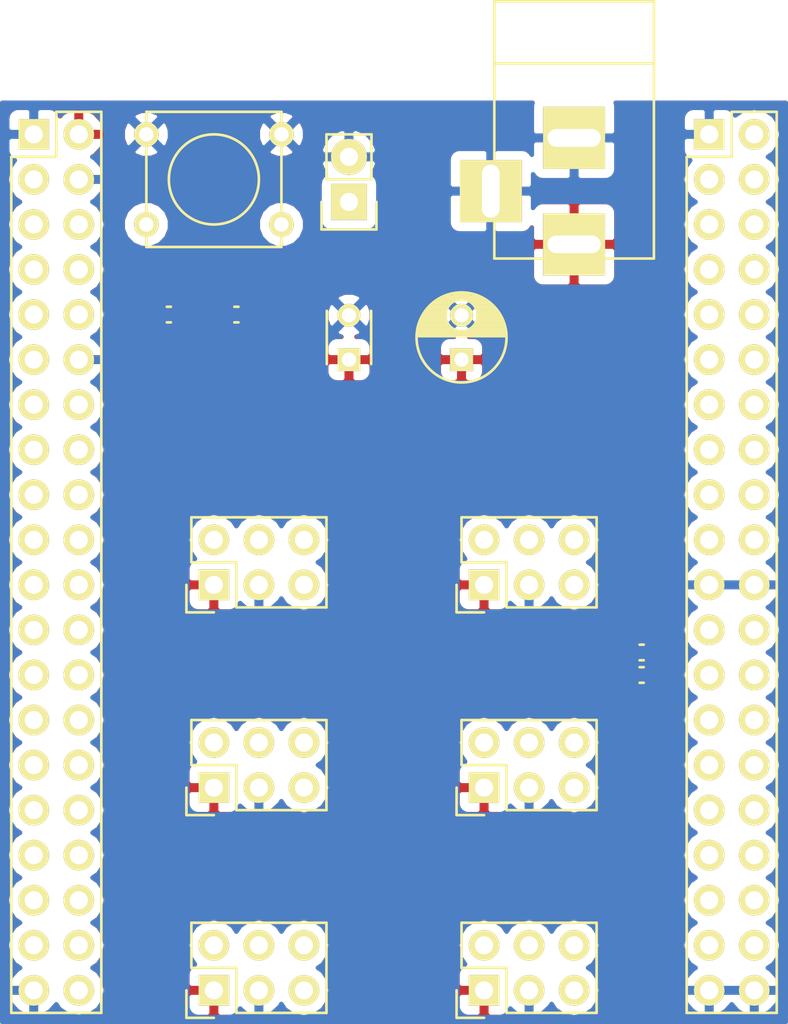
<source format=kicad_pcb>
(kicad_pcb (version 4) (host pcbnew 4.0.3+e1-6302~38~ubuntu14.04.1-stable)

  (general
    (links 58)
    (no_connects 28)
    (area 180.904999 97.634379 225.505001 158.703333)
    (thickness 1.6)
    (drawings 0)
    (tracks 0)
    (zones 0)
    (modules 16)
    (nets 80)
  )

  (page A4)
  (layers
    (0 F.Cu signal)
    (31 B.Cu signal)
    (32 B.Adhes user)
    (33 F.Adhes user)
    (34 B.Paste user)
    (35 F.Paste user)
    (36 B.SilkS user)
    (37 F.SilkS user)
    (38 B.Mask user)
    (39 F.Mask user)
    (40 Dwgs.User user)
    (41 Cmts.User user)
    (42 Eco1.User user)
    (43 Eco2.User user)
    (44 Edge.Cuts user)
    (45 Margin user)
    (46 B.CrtYd user)
    (47 F.CrtYd user)
    (48 B.Fab user)
    (49 F.Fab user)
  )

  (setup
    (last_trace_width 0.25)
    (trace_clearance 0.2)
    (zone_clearance 0.508)
    (zone_45_only no)
    (trace_min 0.2)
    (segment_width 0.2)
    (edge_width 0.15)
    (via_size 0.6)
    (via_drill 0.4)
    (via_min_size 0.4)
    (via_min_drill 0.3)
    (uvia_size 0.3)
    (uvia_drill 0.1)
    (uvias_allowed no)
    (uvia_min_size 0.2)
    (uvia_min_drill 0.1)
    (pcb_text_width 0.3)
    (pcb_text_size 1.5 1.5)
    (mod_edge_width 0.15)
    (mod_text_size 1 1)
    (mod_text_width 0.15)
    (pad_size 1.524 1.524)
    (pad_drill 0.762)
    (pad_to_mask_clearance 0.2)
    (aux_axis_origin 0 0)
    (visible_elements FFFFFF7F)
    (pcbplotparams
      (layerselection 0x00030_80000001)
      (usegerberextensions false)
      (excludeedgelayer true)
      (linewidth 0.100000)
      (plotframeref false)
      (viasonmask false)
      (mode 1)
      (useauxorigin false)
      (hpglpennumber 1)
      (hpglpenspeed 20)
      (hpglpendiameter 15)
      (hpglpenoverlay 2)
      (psnegative false)
      (psa4output false)
      (plotreference true)
      (plotvalue true)
      (plotinvisibletext false)
      (padsonsilk false)
      (subtractmaskfromsilk false)
      (outputformat 1)
      (mirror false)
      (drillshape 1)
      (scaleselection 1)
      (outputdirectory ""))
  )

  (net 0 "")
  (net 1 +5V)
  (net 2 GND)
  (net 3 SDA)
  (net 4 SDA1)
  (net 5 SCK)
  (net 6 SCK1)
  (net 7 SDA2)
  (net 8 SCK2)
  (net 9 +3V3)
  (net 10 "Net-(P1-Pad4)")
  (net 11 "Net-(P2-Pad4)")
  (net 12 "Net-(P3-Pad4)")
  (net 13 "Net-(P4-Pad4)")
  (net 14 "Net-(P5-Pad4)")
  (net 15 "Net-(P6-Pad4)")
  (net 16 PWRON)
  (net 17 "Net-(U1-Pad40)")
  (net 18 "Net-(U1-Pad38)")
  (net 19 "Net-(U1-Pad37)")
  (net 20 "Net-(U1-Pad36)")
  (net 21 "Net-(U1-Pad35)")
  (net 22 "Net-(U1-Pad34)")
  (net 23 "Net-(U1-Pad33)")
  (net 24 "Net-(U1-Pad32)")
  (net 25 "Net-(U1-Pad31)")
  (net 26 "Net-(U1-Pad30)")
  (net 27 "Net-(U1-Pad29)")
  (net 28 "Net-(U1-Pad28)")
  (net 29 "Net-(U1-Pad27)")
  (net 30 "Net-(U1-Pad26)")
  (net 31 "Net-(U1-Pad25)")
  (net 32 "Net-(U1-Pad24)")
  (net 33 "Net-(U1-Pad23)")
  (net 34 "Net-(U1-Pad22)")
  (net 35 "Net-(U1-Pad21)")
  (net 36 "Net-(U1-Pad20)")
  (net 37 "Net-(U1-Pad19)")
  (net 38 "Net-(U1-Pad18)")
  (net 39 "Net-(U1-Pad17)")
  (net 40 "Net-(U1-Pad16)")
  (net 41 "Net-(U1-Pad15)")
  (net 42 "Net-(U1-Pad14)")
  (net 43 "Net-(U1-Pad13)")
  (net 44 "Net-(U1-Pad8)")
  (net 45 "Net-(U1-Pad7)")
  (net 46 "Net-(U1-Pad6)")
  (net 47 "Net-(U1-Pad3)")
  (net 48 "Net-(U1-Pad42)")
  (net 49 "Net-(U1-Pad43)")
  (net 50 "Net-(U1-Pad44)")
  (net 51 "Net-(U1-Pad45)")
  (net 52 "Net-(U1-Pad46)")
  (net 53 "Net-(U1-Pad47)")
  (net 54 "Net-(U1-Pad48)")
  (net 55 "Net-(U1-Pad50)")
  (net 56 "Net-(U1-Pad51)")
  (net 57 "Net-(U1-Pad52)")
  (net 58 "Net-(U1-Pad53)")
  (net 59 "Net-(U1-Pad54)")
  (net 60 "Net-(U1-Pad55)")
  (net 61 "Net-(U1-Pad56)")
  (net 62 "Net-(U1-Pad57)")
  (net 63 "Net-(U1-Pad58)")
  (net 64 "Net-(U1-Pad59)")
  (net 65 "Net-(U1-Pad60)")
  (net 66 "Net-(U1-Pad63)")
  (net 67 "Net-(U1-Pad64)")
  (net 68 "Net-(U1-Pad67)")
  (net 69 "Net-(U1-Pad68)")
  (net 70 "Net-(U1-Pad69)")
  (net 71 "Net-(U1-Pad70)")
  (net 72 "Net-(U1-Pad71)")
  (net 73 "Net-(U1-Pad72)")
  (net 74 "Net-(U1-Pad73)")
  (net 75 "Net-(U1-Pad74)")
  (net 76 "Net-(U1-Pad75)")
  (net 77 "Net-(U1-Pad76)")
  (net 78 "Net-(U1-Pad77)")
  (net 79 "Net-(U1-Pad78)")

  (net_class Default "This is the default net class."
    (clearance 0.2)
    (trace_width 0.25)
    (via_dia 0.6)
    (via_drill 0.4)
    (uvia_dia 0.3)
    (uvia_drill 0.1)
    (add_net +3V3)
    (add_net +5V)
    (add_net GND)
    (add_net "Net-(P1-Pad4)")
    (add_net "Net-(P2-Pad4)")
    (add_net "Net-(P3-Pad4)")
    (add_net "Net-(P4-Pad4)")
    (add_net "Net-(P5-Pad4)")
    (add_net "Net-(P6-Pad4)")
    (add_net "Net-(U1-Pad13)")
    (add_net "Net-(U1-Pad14)")
    (add_net "Net-(U1-Pad15)")
    (add_net "Net-(U1-Pad16)")
    (add_net "Net-(U1-Pad17)")
    (add_net "Net-(U1-Pad18)")
    (add_net "Net-(U1-Pad19)")
    (add_net "Net-(U1-Pad20)")
    (add_net "Net-(U1-Pad21)")
    (add_net "Net-(U1-Pad22)")
    (add_net "Net-(U1-Pad23)")
    (add_net "Net-(U1-Pad24)")
    (add_net "Net-(U1-Pad25)")
    (add_net "Net-(U1-Pad26)")
    (add_net "Net-(U1-Pad27)")
    (add_net "Net-(U1-Pad28)")
    (add_net "Net-(U1-Pad29)")
    (add_net "Net-(U1-Pad3)")
    (add_net "Net-(U1-Pad30)")
    (add_net "Net-(U1-Pad31)")
    (add_net "Net-(U1-Pad32)")
    (add_net "Net-(U1-Pad33)")
    (add_net "Net-(U1-Pad34)")
    (add_net "Net-(U1-Pad35)")
    (add_net "Net-(U1-Pad36)")
    (add_net "Net-(U1-Pad37)")
    (add_net "Net-(U1-Pad38)")
    (add_net "Net-(U1-Pad40)")
    (add_net "Net-(U1-Pad42)")
    (add_net "Net-(U1-Pad43)")
    (add_net "Net-(U1-Pad44)")
    (add_net "Net-(U1-Pad45)")
    (add_net "Net-(U1-Pad46)")
    (add_net "Net-(U1-Pad47)")
    (add_net "Net-(U1-Pad48)")
    (add_net "Net-(U1-Pad50)")
    (add_net "Net-(U1-Pad51)")
    (add_net "Net-(U1-Pad52)")
    (add_net "Net-(U1-Pad53)")
    (add_net "Net-(U1-Pad54)")
    (add_net "Net-(U1-Pad55)")
    (add_net "Net-(U1-Pad56)")
    (add_net "Net-(U1-Pad57)")
    (add_net "Net-(U1-Pad58)")
    (add_net "Net-(U1-Pad59)")
    (add_net "Net-(U1-Pad6)")
    (add_net "Net-(U1-Pad60)")
    (add_net "Net-(U1-Pad63)")
    (add_net "Net-(U1-Pad64)")
    (add_net "Net-(U1-Pad67)")
    (add_net "Net-(U1-Pad68)")
    (add_net "Net-(U1-Pad69)")
    (add_net "Net-(U1-Pad7)")
    (add_net "Net-(U1-Pad70)")
    (add_net "Net-(U1-Pad71)")
    (add_net "Net-(U1-Pad72)")
    (add_net "Net-(U1-Pad73)")
    (add_net "Net-(U1-Pad74)")
    (add_net "Net-(U1-Pad75)")
    (add_net "Net-(U1-Pad76)")
    (add_net "Net-(U1-Pad77)")
    (add_net "Net-(U1-Pad78)")
    (add_net "Net-(U1-Pad8)")
    (add_net PWRON)
    (add_net SCK)
    (add_net SCK1)
    (add_net SCK2)
    (add_net SDA)
    (add_net SDA1)
    (add_net SDA2)
  )

  (module ntc-chip:ntc_chip (layer F.Cu) (tedit 57ADBE16) (tstamp 57ADC225)
    (at 182.88 105.41)
    (descr "NTC CHIP Headers")
    (tags "pin header ntc chip")
    (path /57AD6F1E)
    (fp_text reference U1 (at 41.148 -2.54) (layer F.SilkS) hide
      (effects (font (size 1.016 1.016) (thickness 0.1524)))
    )
    (fp_text value NTC_C.H.I.P (at 21.59 5.08 180) (layer F.Fab) hide
      (effects (font (size 1 1) (thickness 0.15)))
    )
    (fp_line (start 1.27 1.27) (end -1.27 1.27) (layer F.SilkS) (width 0.15))
    (fp_line (start 1.27 -1.27) (end 1.27 1.27) (layer F.SilkS) (width 0.15))
    (fp_line (start 3.81 -1.27) (end 1.27 -1.27) (layer F.SilkS) (width 0.15))
    (fp_line (start 3.81 49.53) (end -1.27 49.53) (layer F.SilkS) (width 0.15))
    (fp_line (start -1.27 1.27) (end -1.27 49.53) (layer F.SilkS) (width 0.15))
    (fp_line (start 3.81 49.53) (end 3.81 -1.27) (layer F.SilkS) (width 0.15))
    (fp_line (start -1.75 50.05) (end 4.3 50.05) (layer F.CrtYd) (width 0.05))
    (fp_line (start -1.75 -1.75) (end 4.3 -1.75) (layer F.CrtYd) (width 0.05))
    (fp_line (start 4.3 -1.75) (end 4.3 50.05) (layer F.CrtYd) (width 0.05))
    (fp_line (start -1.75 -1.75) (end -1.75 50.05) (layer F.CrtYd) (width 0.05))
    (fp_line (start 36.35 -1.75) (end 36.35 50.05) (layer F.CrtYd) (width 0.05))
    (fp_line (start 42.4 -1.75) (end 42.4 50.05) (layer F.CrtYd) (width 0.05))
    (fp_line (start 36.35 -1.75) (end 42.4 -1.75) (layer F.CrtYd) (width 0.05))
    (fp_line (start 36.35 50.05) (end 42.4 50.05) (layer F.CrtYd) (width 0.05))
    (fp_line (start 41.91 49.53) (end 41.91 -1.27) (layer F.SilkS) (width 0.15))
    (fp_line (start 36.83 1.27) (end 36.83 49.53) (layer F.SilkS) (width 0.15))
    (fp_line (start 41.91 49.53) (end 36.83 49.53) (layer F.SilkS) (width 0.15))
    (fp_line (start 41.91 -1.27) (end 39.37 -1.27) (layer F.SilkS) (width 0.15))
    (fp_line (start 39.37 -1.27) (end 39.37 1.27) (layer F.SilkS) (width 0.15))
    (fp_line (start 39.37 1.27) (end 36.83 1.27) (layer F.SilkS) (width 0.15))
    (pad 40 thru_hole oval (at 2.54 48.26) (size 1.7272 1.7272) (drill 1.016) (layers *.Cu *.Mask F.SilkS)
      (net 17 "Net-(U1-Pad40)"))
    (pad 39 thru_hole oval (at 0 48.26) (size 1.7272 1.7272) (drill 1.016) (layers *.Cu *.Mask F.SilkS)
      (net 2 GND))
    (pad 38 thru_hole oval (at 2.54 45.72) (size 1.7272 1.7272) (drill 1.016) (layers *.Cu *.Mask F.SilkS)
      (net 18 "Net-(U1-Pad38)"))
    (pad 37 thru_hole oval (at 0 45.72) (size 1.7272 1.7272) (drill 1.016) (layers *.Cu *.Mask F.SilkS)
      (net 19 "Net-(U1-Pad37)"))
    (pad 36 thru_hole oval (at 2.54 43.18) (size 1.7272 1.7272) (drill 1.016) (layers *.Cu *.Mask F.SilkS)
      (net 20 "Net-(U1-Pad36)"))
    (pad 35 thru_hole oval (at 0 43.18) (size 1.7272 1.7272) (drill 1.016) (layers *.Cu *.Mask F.SilkS)
      (net 21 "Net-(U1-Pad35)"))
    (pad 34 thru_hole oval (at 2.54 40.64) (size 1.7272 1.7272) (drill 1.016) (layers *.Cu *.Mask F.SilkS)
      (net 22 "Net-(U1-Pad34)"))
    (pad 33 thru_hole oval (at 0 40.64) (size 1.7272 1.7272) (drill 1.016) (layers *.Cu *.Mask F.SilkS)
      (net 23 "Net-(U1-Pad33)"))
    (pad 32 thru_hole oval (at 2.54 38.1) (size 1.7272 1.7272) (drill 1.016) (layers *.Cu *.Mask F.SilkS)
      (net 24 "Net-(U1-Pad32)"))
    (pad 31 thru_hole oval (at 0 38.1) (size 1.7272 1.7272) (drill 1.016) (layers *.Cu *.Mask F.SilkS)
      (net 25 "Net-(U1-Pad31)"))
    (pad 30 thru_hole oval (at 2.54 35.56) (size 1.7272 1.7272) (drill 1.016) (layers *.Cu *.Mask F.SilkS)
      (net 26 "Net-(U1-Pad30)"))
    (pad 29 thru_hole oval (at 0 35.56) (size 1.7272 1.7272) (drill 1.016) (layers *.Cu *.Mask F.SilkS)
      (net 27 "Net-(U1-Pad29)"))
    (pad 28 thru_hole oval (at 2.54 33.02) (size 1.7272 1.7272) (drill 1.016) (layers *.Cu *.Mask F.SilkS)
      (net 28 "Net-(U1-Pad28)"))
    (pad 27 thru_hole oval (at 0 33.02) (size 1.7272 1.7272) (drill 1.016) (layers *.Cu *.Mask F.SilkS)
      (net 29 "Net-(U1-Pad27)"))
    (pad 26 thru_hole oval (at 2.54 30.48) (size 1.7272 1.7272) (drill 1.016) (layers *.Cu *.Mask F.SilkS)
      (net 30 "Net-(U1-Pad26)"))
    (pad 25 thru_hole oval (at 0 30.48) (size 1.7272 1.7272) (drill 1.016) (layers *.Cu *.Mask F.SilkS)
      (net 31 "Net-(U1-Pad25)"))
    (pad 24 thru_hole oval (at 2.54 27.94) (size 1.7272 1.7272) (drill 1.016) (layers *.Cu *.Mask F.SilkS)
      (net 32 "Net-(U1-Pad24)"))
    (pad 23 thru_hole oval (at 0 27.94) (size 1.7272 1.7272) (drill 1.016) (layers *.Cu *.Mask F.SilkS)
      (net 33 "Net-(U1-Pad23)"))
    (pad 22 thru_hole oval (at 2.54 25.4) (size 1.7272 1.7272) (drill 1.016) (layers *.Cu *.Mask F.SilkS)
      (net 34 "Net-(U1-Pad22)"))
    (pad 21 thru_hole oval (at 0 25.4) (size 1.7272 1.7272) (drill 1.016) (layers *.Cu *.Mask F.SilkS)
      (net 35 "Net-(U1-Pad21)"))
    (pad 20 thru_hole oval (at 2.54 22.86) (size 1.7272 1.7272) (drill 1.016) (layers *.Cu *.Mask F.SilkS)
      (net 36 "Net-(U1-Pad20)"))
    (pad 19 thru_hole oval (at 0 22.86) (size 1.7272 1.7272) (drill 1.016) (layers *.Cu *.Mask F.SilkS)
      (net 37 "Net-(U1-Pad19)"))
    (pad 18 thru_hole oval (at 2.54 20.32) (size 1.7272 1.7272) (drill 1.016) (layers *.Cu *.Mask F.SilkS)
      (net 38 "Net-(U1-Pad18)"))
    (pad 17 thru_hole oval (at 0 20.32) (size 1.7272 1.7272) (drill 1.016) (layers *.Cu *.Mask F.SilkS)
      (net 39 "Net-(U1-Pad17)"))
    (pad 16 thru_hole oval (at 2.54 17.78) (size 1.7272 1.7272) (drill 1.016) (layers *.Cu *.Mask F.SilkS)
      (net 40 "Net-(U1-Pad16)"))
    (pad 15 thru_hole oval (at 0 17.78) (size 1.7272 1.7272) (drill 1.016) (layers *.Cu *.Mask F.SilkS)
      (net 41 "Net-(U1-Pad15)"))
    (pad 14 thru_hole oval (at 2.54 15.24) (size 1.7272 1.7272) (drill 1.016) (layers *.Cu *.Mask F.SilkS)
      (net 42 "Net-(U1-Pad14)"))
    (pad 13 thru_hole oval (at 0 15.24) (size 1.7272 1.7272) (drill 1.016) (layers *.Cu *.Mask F.SilkS)
      (net 43 "Net-(U1-Pad13)"))
    (pad 12 thru_hole oval (at 2.54 12.7) (size 1.7272 1.7272) (drill 1.016) (layers *.Cu *.Mask F.SilkS)
      (net 2 GND))
    (pad 11 thru_hole oval (at 0 12.7) (size 1.7272 1.7272) (drill 1.016) (layers *.Cu *.Mask F.SilkS)
      (net 6 SCK1))
    (pad 10 thru_hole oval (at 2.54 10.16) (size 1.7272 1.7272) (drill 1.016) (layers *.Cu *.Mask F.SilkS)
      (net 16 PWRON))
    (pad 9 thru_hole oval (at 0 10.16) (size 1.7272 1.7272) (drill 1.016) (layers *.Cu *.Mask F.SilkS)
      (net 4 SDA1))
    (pad 8 thru_hole oval (at 2.54 7.62) (size 1.7272 1.7272) (drill 1.016) (layers *.Cu *.Mask F.SilkS)
      (net 44 "Net-(U1-Pad8)"))
    (pad 7 thru_hole oval (at 0 7.62) (size 1.7272 1.7272) (drill 1.016) (layers *.Cu *.Mask F.SilkS)
      (net 45 "Net-(U1-Pad7)"))
    (pad 6 thru_hole oval (at 2.54 5.08) (size 1.7272 1.7272) (drill 1.016) (layers *.Cu *.Mask F.SilkS)
      (net 46 "Net-(U1-Pad6)"))
    (pad 5 thru_hole oval (at 0 5.08) (size 1.7272 1.7272) (drill 1.016) (layers *.Cu *.Mask F.SilkS)
      (net 9 +3V3))
    (pad 4 thru_hole oval (at 2.54 2.54) (size 1.7272 1.7272) (drill 1.016) (layers *.Cu *.Mask F.SilkS)
      (net 2 GND))
    (pad 3 thru_hole oval (at 0 2.54) (size 1.7272 1.7272) (drill 1.016) (layers *.Cu *.Mask F.SilkS)
      (net 47 "Net-(U1-Pad3)"))
    (pad 2 thru_hole oval (at 2.54 0) (size 1.7272 1.7272) (drill 1.016) (layers *.Cu *.Mask F.SilkS)
      (net 1 +5V))
    (pad 1 thru_hole rect (at 0 0) (size 1.7272 1.7272) (drill 1.016) (layers *.Cu *.Mask F.SilkS)
      (net 2 GND))
    (pad 41 thru_hole rect (at 38.1 0) (size 1.7272 1.7272) (drill 1.016) (layers *.Cu *.Mask F.SilkS)
      (net 2 GND))
    (pad 42 thru_hole oval (at 40.64 0) (size 1.7272 1.7272) (drill 1.016) (layers *.Cu *.Mask F.SilkS)
      (net 48 "Net-(U1-Pad42)"))
    (pad 43 thru_hole oval (at 38.1 2.54) (size 1.7272 1.7272) (drill 1.016) (layers *.Cu *.Mask F.SilkS)
      (net 49 "Net-(U1-Pad43)"))
    (pad 44 thru_hole oval (at 40.64 2.54) (size 1.7272 1.7272) (drill 1.016) (layers *.Cu *.Mask F.SilkS)
      (net 50 "Net-(U1-Pad44)"))
    (pad 45 thru_hole oval (at 38.1 5.08) (size 1.7272 1.7272) (drill 1.016) (layers *.Cu *.Mask F.SilkS)
      (net 51 "Net-(U1-Pad45)"))
    (pad 46 thru_hole oval (at 40.64 5.08) (size 1.7272 1.7272) (drill 1.016) (layers *.Cu *.Mask F.SilkS)
      (net 52 "Net-(U1-Pad46)"))
    (pad 47 thru_hole oval (at 38.1 7.62) (size 1.7272 1.7272) (drill 1.016) (layers *.Cu *.Mask F.SilkS)
      (net 53 "Net-(U1-Pad47)"))
    (pad 48 thru_hole oval (at 40.64 7.62) (size 1.7272 1.7272) (drill 1.016) (layers *.Cu *.Mask F.SilkS)
      (net 54 "Net-(U1-Pad48)"))
    (pad 49 thru_hole oval (at 38.1 10.16) (size 1.7272 1.7272) (drill 1.016) (layers *.Cu *.Mask F.SilkS)
      (net 9 +3V3))
    (pad 50 thru_hole oval (at 40.64 10.16) (size 1.7272 1.7272) (drill 1.016) (layers *.Cu *.Mask F.SilkS)
      (net 55 "Net-(U1-Pad50)"))
    (pad 51 thru_hole oval (at 38.1 12.7) (size 1.7272 1.7272) (drill 1.016) (layers *.Cu *.Mask F.SilkS)
      (net 56 "Net-(U1-Pad51)"))
    (pad 52 thru_hole oval (at 40.64 12.7) (size 1.7272 1.7272) (drill 1.016) (layers *.Cu *.Mask F.SilkS)
      (net 57 "Net-(U1-Pad52)"))
    (pad 53 thru_hole oval (at 38.1 15.24) (size 1.7272 1.7272) (drill 1.016) (layers *.Cu *.Mask F.SilkS)
      (net 58 "Net-(U1-Pad53)"))
    (pad 54 thru_hole oval (at 40.64 15.24) (size 1.7272 1.7272) (drill 1.016) (layers *.Cu *.Mask F.SilkS)
      (net 59 "Net-(U1-Pad54)"))
    (pad 55 thru_hole oval (at 38.1 17.78) (size 1.7272 1.7272) (drill 1.016) (layers *.Cu *.Mask F.SilkS)
      (net 60 "Net-(U1-Pad55)"))
    (pad 56 thru_hole oval (at 40.64 17.78) (size 1.7272 1.7272) (drill 1.016) (layers *.Cu *.Mask F.SilkS)
      (net 61 "Net-(U1-Pad56)"))
    (pad 57 thru_hole oval (at 38.1 20.32) (size 1.7272 1.7272) (drill 1.016) (layers *.Cu *.Mask F.SilkS)
      (net 62 "Net-(U1-Pad57)"))
    (pad 58 thru_hole oval (at 40.64 20.32) (size 1.7272 1.7272) (drill 1.016) (layers *.Cu *.Mask F.SilkS)
      (net 63 "Net-(U1-Pad58)"))
    (pad 59 thru_hole oval (at 38.1 22.86) (size 1.7272 1.7272) (drill 1.016) (layers *.Cu *.Mask F.SilkS)
      (net 64 "Net-(U1-Pad59)"))
    (pad 60 thru_hole oval (at 40.64 22.86) (size 1.7272 1.7272) (drill 1.016) (layers *.Cu *.Mask F.SilkS)
      (net 65 "Net-(U1-Pad60)"))
    (pad 61 thru_hole oval (at 38.1 25.4) (size 1.7272 1.7272) (drill 1.016) (layers *.Cu *.Mask F.SilkS)
      (net 2 GND))
    (pad 62 thru_hole oval (at 40.64 25.4) (size 1.7272 1.7272) (drill 1.016) (layers *.Cu *.Mask F.SilkS)
      (net 2 GND))
    (pad 63 thru_hole oval (at 38.1 27.94) (size 1.7272 1.7272) (drill 1.016) (layers *.Cu *.Mask F.SilkS)
      (net 66 "Net-(U1-Pad63)"))
    (pad 64 thru_hole oval (at 40.64 27.94) (size 1.7272 1.7272) (drill 1.016) (layers *.Cu *.Mask F.SilkS)
      (net 67 "Net-(U1-Pad64)"))
    (pad 65 thru_hole oval (at 38.1 30.48) (size 1.7272 1.7272) (drill 1.016) (layers *.Cu *.Mask F.SilkS)
      (net 7 SDA2))
    (pad 66 thru_hole oval (at 40.64 30.48) (size 1.7272 1.7272) (drill 1.016) (layers *.Cu *.Mask F.SilkS)
      (net 8 SCK2))
    (pad 67 thru_hole oval (at 38.1 33.02) (size 1.7272 1.7272) (drill 1.016) (layers *.Cu *.Mask F.SilkS)
      (net 68 "Net-(U1-Pad67)"))
    (pad 68 thru_hole oval (at 40.64 33.02) (size 1.7272 1.7272) (drill 1.016) (layers *.Cu *.Mask F.SilkS)
      (net 69 "Net-(U1-Pad68)"))
    (pad 69 thru_hole oval (at 38.1 35.56) (size 1.7272 1.7272) (drill 1.016) (layers *.Cu *.Mask F.SilkS)
      (net 70 "Net-(U1-Pad69)"))
    (pad 70 thru_hole oval (at 40.64 35.56) (size 1.7272 1.7272) (drill 1.016) (layers *.Cu *.Mask F.SilkS)
      (net 71 "Net-(U1-Pad70)"))
    (pad 71 thru_hole oval (at 38.1 38.1) (size 1.7272 1.7272) (drill 1.016) (layers *.Cu *.Mask F.SilkS)
      (net 72 "Net-(U1-Pad71)"))
    (pad 72 thru_hole oval (at 40.64 38.1) (size 1.7272 1.7272) (drill 1.016) (layers *.Cu *.Mask F.SilkS)
      (net 73 "Net-(U1-Pad72)"))
    (pad 73 thru_hole oval (at 38.1 40.64) (size 1.7272 1.7272) (drill 1.016) (layers *.Cu *.Mask F.SilkS)
      (net 74 "Net-(U1-Pad73)"))
    (pad 74 thru_hole oval (at 40.64 40.64) (size 1.7272 1.7272) (drill 1.016) (layers *.Cu *.Mask F.SilkS)
      (net 75 "Net-(U1-Pad74)"))
    (pad 75 thru_hole oval (at 38.1 43.18) (size 1.7272 1.7272) (drill 1.016) (layers *.Cu *.Mask F.SilkS)
      (net 76 "Net-(U1-Pad75)"))
    (pad 76 thru_hole oval (at 40.64 43.18) (size 1.7272 1.7272) (drill 1.016) (layers *.Cu *.Mask F.SilkS)
      (net 77 "Net-(U1-Pad76)"))
    (pad 77 thru_hole oval (at 38.1 45.72) (size 1.7272 1.7272) (drill 1.016) (layers *.Cu *.Mask F.SilkS)
      (net 78 "Net-(U1-Pad77)"))
    (pad 78 thru_hole oval (at 40.64 45.72) (size 1.7272 1.7272) (drill 1.016) (layers *.Cu *.Mask F.SilkS)
      (net 79 "Net-(U1-Pad78)"))
    (pad 79 thru_hole oval (at 38.1 48.26) (size 1.7272 1.7272) (drill 1.016) (layers *.Cu *.Mask F.SilkS)
      (net 2 GND))
    (pad 80 thru_hole oval (at 40.64 48.26) (size 1.7272 1.7272) (drill 1.016) (layers *.Cu *.Mask F.SilkS)
      (net 2 GND))
    (model Pin_Headers.3dshapes/Pin_Header_Straight_2x20.wrl
      (at (xyz 0.05 -0.95 0))
      (scale (xyz 1 1 1))
      (rotate (xyz 0 0 90))
    )
  )

  (module Capacitors_ThroughHole:C_Radial_D5_L6_P2.5 (layer F.Cu) (tedit 57ADBF47) (tstamp 57ADC538)
    (at 207.01 118.11 90)
    (descr "Radial Electrolytic Capacitor Diameter 5mm x Length 6mm, Pitch 2.5mm")
    (tags "Electrolytic Capacitor")
    (path /57ADA221)
    (fp_text reference C1 (at 1.25 -3.8 90) (layer F.SilkS) hide
      (effects (font (size 1 1) (thickness 0.15)))
    )
    (fp_text value 10uF (at 5.08 0 180) (layer F.Fab)
      (effects (font (size 1 1) (thickness 0.15)))
    )
    (fp_line (start 1.325 -2.499) (end 1.325 2.499) (layer F.SilkS) (width 0.15))
    (fp_line (start 1.465 -2.491) (end 1.465 2.491) (layer F.SilkS) (width 0.15))
    (fp_line (start 1.605 -2.475) (end 1.605 -0.095) (layer F.SilkS) (width 0.15))
    (fp_line (start 1.605 0.095) (end 1.605 2.475) (layer F.SilkS) (width 0.15))
    (fp_line (start 1.745 -2.451) (end 1.745 -0.49) (layer F.SilkS) (width 0.15))
    (fp_line (start 1.745 0.49) (end 1.745 2.451) (layer F.SilkS) (width 0.15))
    (fp_line (start 1.885 -2.418) (end 1.885 -0.657) (layer F.SilkS) (width 0.15))
    (fp_line (start 1.885 0.657) (end 1.885 2.418) (layer F.SilkS) (width 0.15))
    (fp_line (start 2.025 -2.377) (end 2.025 -0.764) (layer F.SilkS) (width 0.15))
    (fp_line (start 2.025 0.764) (end 2.025 2.377) (layer F.SilkS) (width 0.15))
    (fp_line (start 2.165 -2.327) (end 2.165 -0.835) (layer F.SilkS) (width 0.15))
    (fp_line (start 2.165 0.835) (end 2.165 2.327) (layer F.SilkS) (width 0.15))
    (fp_line (start 2.305 -2.266) (end 2.305 -0.879) (layer F.SilkS) (width 0.15))
    (fp_line (start 2.305 0.879) (end 2.305 2.266) (layer F.SilkS) (width 0.15))
    (fp_line (start 2.445 -2.196) (end 2.445 -0.898) (layer F.SilkS) (width 0.15))
    (fp_line (start 2.445 0.898) (end 2.445 2.196) (layer F.SilkS) (width 0.15))
    (fp_line (start 2.585 -2.114) (end 2.585 -0.896) (layer F.SilkS) (width 0.15))
    (fp_line (start 2.585 0.896) (end 2.585 2.114) (layer F.SilkS) (width 0.15))
    (fp_line (start 2.725 -2.019) (end 2.725 -0.871) (layer F.SilkS) (width 0.15))
    (fp_line (start 2.725 0.871) (end 2.725 2.019) (layer F.SilkS) (width 0.15))
    (fp_line (start 2.865 -1.908) (end 2.865 -0.823) (layer F.SilkS) (width 0.15))
    (fp_line (start 2.865 0.823) (end 2.865 1.908) (layer F.SilkS) (width 0.15))
    (fp_line (start 3.005 -1.78) (end 3.005 -0.745) (layer F.SilkS) (width 0.15))
    (fp_line (start 3.005 0.745) (end 3.005 1.78) (layer F.SilkS) (width 0.15))
    (fp_line (start 3.145 -1.631) (end 3.145 -0.628) (layer F.SilkS) (width 0.15))
    (fp_line (start 3.145 0.628) (end 3.145 1.631) (layer F.SilkS) (width 0.15))
    (fp_line (start 3.285 -1.452) (end 3.285 -0.44) (layer F.SilkS) (width 0.15))
    (fp_line (start 3.285 0.44) (end 3.285 1.452) (layer F.SilkS) (width 0.15))
    (fp_line (start 3.425 -1.233) (end 3.425 1.233) (layer F.SilkS) (width 0.15))
    (fp_line (start 3.565 -0.944) (end 3.565 0.944) (layer F.SilkS) (width 0.15))
    (fp_line (start 3.705 -0.472) (end 3.705 0.472) (layer F.SilkS) (width 0.15))
    (fp_circle (center 2.5 0) (end 2.5 -0.9) (layer F.SilkS) (width 0.15))
    (fp_circle (center 1.25 0) (end 1.25 -2.5375) (layer F.SilkS) (width 0.15))
    (fp_circle (center 1.25 0) (end 1.25 -2.8) (layer F.CrtYd) (width 0.05))
    (pad 1 thru_hole rect (at 0 0 90) (size 1.3 1.3) (drill 0.8) (layers *.Cu *.Mask F.SilkS)
      (net 1 +5V))
    (pad 2 thru_hole circle (at 2.5 0 90) (size 1.3 1.3) (drill 0.8) (layers *.Cu *.Mask F.SilkS)
      (net 2 GND))
    (model Capacitors_ThroughHole.3dshapes/C_Radial_D5_L6_P2.5.wrl
      (at (xyz 0.0492126 0 0))
      (scale (xyz 1 1 1))
      (rotate (xyz 0 0 90))
    )
  )

  (module Capacitors_ThroughHole:C_Disc_D3_P2.5 (layer F.Cu) (tedit 57ADBF56) (tstamp 57ADC53E)
    (at 200.66 118.11 90)
    (descr "Capacitor 3mm Disc, Pitch 2.5mm")
    (tags Capacitor)
    (path /57ADA799)
    (fp_text reference C2 (at 1.25 -2.5 90) (layer F.SilkS) hide
      (effects (font (size 1 1) (thickness 0.15)))
    )
    (fp_text value 0.1uF (at 5.08 0 180) (layer F.Fab)
      (effects (font (size 1 1) (thickness 0.15)))
    )
    (fp_line (start -0.9 -1.5) (end 3.4 -1.5) (layer F.CrtYd) (width 0.05))
    (fp_line (start 3.4 -1.5) (end 3.4 1.5) (layer F.CrtYd) (width 0.05))
    (fp_line (start 3.4 1.5) (end -0.9 1.5) (layer F.CrtYd) (width 0.05))
    (fp_line (start -0.9 1.5) (end -0.9 -1.5) (layer F.CrtYd) (width 0.05))
    (fp_line (start -0.25 -1.25) (end 2.75 -1.25) (layer F.SilkS) (width 0.15))
    (fp_line (start 2.75 1.25) (end -0.25 1.25) (layer F.SilkS) (width 0.15))
    (pad 1 thru_hole rect (at 0 0 90) (size 1.3 1.3) (drill 0.8) (layers *.Cu *.Mask F.SilkS)
      (net 1 +5V))
    (pad 2 thru_hole circle (at 2.5 0 90) (size 1.3 1.3) (drill 0.8001) (layers *.Cu *.Mask F.SilkS)
      (net 2 GND))
    (model Capacitors_ThroughHole.3dshapes/C_Disc_D3_P2.5.wrl
      (at (xyz 0.0492126 0 0))
      (scale (xyz 1 1 1))
      (rotate (xyz 0 0 0))
    )
  )

  (module Connect:BARREL_JACK (layer F.Cu) (tedit 57ADBEB1) (tstamp 57ADC545)
    (at 213.36 105.41 270)
    (descr "DC Barrel Jack")
    (tags "Power Jack")
    (path /57AD857E)
    (fp_text reference CON1 (at 10.09904 0 360) (layer F.SilkS) hide
      (effects (font (size 1 1) (thickness 0.15)))
    )
    (fp_text value BARREL_JACK (at 0 -5.99948 270) (layer F.Fab) hide
      (effects (font (size 1 1) (thickness 0.15)))
    )
    (fp_line (start -4.0005 -4.50088) (end -4.0005 4.50088) (layer F.SilkS) (width 0.15))
    (fp_line (start -7.50062 -4.50088) (end -7.50062 4.50088) (layer F.SilkS) (width 0.15))
    (fp_line (start -7.50062 4.50088) (end 7.00024 4.50088) (layer F.SilkS) (width 0.15))
    (fp_line (start 7.00024 4.50088) (end 7.00024 -4.50088) (layer F.SilkS) (width 0.15))
    (fp_line (start 7.00024 -4.50088) (end -7.50062 -4.50088) (layer F.SilkS) (width 0.15))
    (pad 1 thru_hole rect (at 6.20014 0 270) (size 3.50012 3.50012) (drill oval 1.00076 2.99974) (layers *.Cu *.Mask F.SilkS)
      (net 1 +5V))
    (pad 2 thru_hole rect (at 0.20066 0 270) (size 3.50012 3.50012) (drill oval 1.00076 2.99974) (layers *.Cu *.Mask F.SilkS)
      (net 2 GND))
    (pad 3 thru_hole rect (at 3.2004 4.699 270) (size 3.50012 3.50012) (drill oval 2.99974 1.00076) (layers *.Cu *.Mask F.SilkS)
      (net 2 GND))
  )

  (module Resistors_SMD:R_0201 (layer F.Cu) (tedit 57ADBEBC) (tstamp 57ADC54B)
    (at 190.5 115.57 180)
    (descr "Resistor SMD 0201, reflow soldering, Vishay (see crcw0201e3.pdf)")
    (tags "resistor 0201")
    (path /57ADAF28)
    (attr smd)
    (fp_text reference JP1 (at 0 -1.7 180) (layer F.SilkS) hide
      (effects (font (size 1 1) (thickness 0.15)))
    )
    (fp_text value NO (at 0 1.7 180) (layer F.Fab)
      (effects (font (size 1 1) (thickness 0.15)))
    )
    (fp_line (start -0.65 -0.55) (end 0.65 -0.55) (layer F.CrtYd) (width 0.05))
    (fp_line (start -0.65 0.55) (end 0.65 0.55) (layer F.CrtYd) (width 0.05))
    (fp_line (start -0.65 -0.55) (end -0.65 0.55) (layer F.CrtYd) (width 0.05))
    (fp_line (start 0.65 -0.55) (end 0.65 0.55) (layer F.CrtYd) (width 0.05))
    (fp_line (start 0.115 -0.44) (end -0.115 -0.44) (layer F.SilkS) (width 0.15))
    (fp_line (start -0.115 0.44) (end 0.115 0.44) (layer F.SilkS) (width 0.15))
    (pad 1 smd rect (at -0.255 0 180) (size 0.28 0.43) (layers F.Cu F.Paste F.Mask)
      (net 3 SDA))
    (pad 2 smd rect (at 0.255 0 180) (size 0.28 0.43) (layers F.Cu F.Paste F.Mask)
      (net 4 SDA1))
    (model Resistors_SMD.3dshapes/R_0201.wrl
      (at (xyz 0 0 0))
      (scale (xyz 1 1 1))
      (rotate (xyz 0 0 0))
    )
  )

  (module Resistors_SMD:R_0201 (layer F.Cu) (tedit 57ADBEC0) (tstamp 57ADC551)
    (at 194.31 115.57 180)
    (descr "Resistor SMD 0201, reflow soldering, Vishay (see crcw0201e3.pdf)")
    (tags "resistor 0201")
    (path /57ADAEE1)
    (attr smd)
    (fp_text reference JP2 (at 0 -1.7 180) (layer F.SilkS) hide
      (effects (font (size 1 1) (thickness 0.15)))
    )
    (fp_text value NO (at 0 1.7 180) (layer F.Fab)
      (effects (font (size 1 1) (thickness 0.15)))
    )
    (fp_line (start -0.65 -0.55) (end 0.65 -0.55) (layer F.CrtYd) (width 0.05))
    (fp_line (start -0.65 0.55) (end 0.65 0.55) (layer F.CrtYd) (width 0.05))
    (fp_line (start -0.65 -0.55) (end -0.65 0.55) (layer F.CrtYd) (width 0.05))
    (fp_line (start 0.65 -0.55) (end 0.65 0.55) (layer F.CrtYd) (width 0.05))
    (fp_line (start 0.115 -0.44) (end -0.115 -0.44) (layer F.SilkS) (width 0.15))
    (fp_line (start -0.115 0.44) (end 0.115 0.44) (layer F.SilkS) (width 0.15))
    (pad 1 smd rect (at -0.255 0 180) (size 0.28 0.43) (layers F.Cu F.Paste F.Mask)
      (net 5 SCK))
    (pad 2 smd rect (at 0.255 0 180) (size 0.28 0.43) (layers F.Cu F.Paste F.Mask)
      (net 6 SCK1))
    (model Resistors_SMD.3dshapes/R_0201.wrl
      (at (xyz 0 0 0))
      (scale (xyz 1 1 1))
      (rotate (xyz 0 0 0))
    )
  )

  (module Resistors_SMD:R_0201 (layer F.Cu) (tedit 57ADBE72) (tstamp 57ADC557)
    (at 217.17 135.89)
    (descr "Resistor SMD 0201, reflow soldering, Vishay (see crcw0201e3.pdf)")
    (tags "resistor 0201")
    (path /57ADAEA7)
    (attr smd)
    (fp_text reference JP3 (at 0 -1.7) (layer F.SilkS) hide
      (effects (font (size 1 1) (thickness 0.15)))
    )
    (fp_text value NC (at 0 1.7) (layer F.Fab) hide
      (effects (font (size 1 1) (thickness 0.15)))
    )
    (fp_line (start -0.65 -0.55) (end 0.65 -0.55) (layer F.CrtYd) (width 0.05))
    (fp_line (start -0.65 0.55) (end 0.65 0.55) (layer F.CrtYd) (width 0.05))
    (fp_line (start -0.65 -0.55) (end -0.65 0.55) (layer F.CrtYd) (width 0.05))
    (fp_line (start 0.65 -0.55) (end 0.65 0.55) (layer F.CrtYd) (width 0.05))
    (fp_line (start 0.115 -0.44) (end -0.115 -0.44) (layer F.SilkS) (width 0.15))
    (fp_line (start -0.115 0.44) (end 0.115 0.44) (layer F.SilkS) (width 0.15))
    (pad 1 smd rect (at -0.255 0) (size 0.28 0.43) (layers F.Cu F.Paste F.Mask)
      (net 3 SDA))
    (pad 2 smd rect (at 0.255 0) (size 0.28 0.43) (layers F.Cu F.Paste F.Mask)
      (net 7 SDA2))
    (model Resistors_SMD.3dshapes/R_0201.wrl
      (at (xyz 0 0 0))
      (scale (xyz 1 1 1))
      (rotate (xyz 0 0 0))
    )
  )

  (module Resistors_SMD:R_0201 (layer F.Cu) (tedit 57ADBE76) (tstamp 57ADC55D)
    (at 217.17 134.62)
    (descr "Resistor SMD 0201, reflow soldering, Vishay (see crcw0201e3.pdf)")
    (tags "resistor 0201")
    (path /57ADAE38)
    (attr smd)
    (fp_text reference JP4 (at 0 -1.7) (layer F.SilkS) hide
      (effects (font (size 1 1) (thickness 0.15)))
    )
    (fp_text value NC (at 0 1.7) (layer F.Fab) hide
      (effects (font (size 1 1) (thickness 0.15)))
    )
    (fp_line (start -0.65 -0.55) (end 0.65 -0.55) (layer F.CrtYd) (width 0.05))
    (fp_line (start -0.65 0.55) (end 0.65 0.55) (layer F.CrtYd) (width 0.05))
    (fp_line (start -0.65 -0.55) (end -0.65 0.55) (layer F.CrtYd) (width 0.05))
    (fp_line (start 0.65 -0.55) (end 0.65 0.55) (layer F.CrtYd) (width 0.05))
    (fp_line (start 0.115 -0.44) (end -0.115 -0.44) (layer F.SilkS) (width 0.15))
    (fp_line (start -0.115 0.44) (end 0.115 0.44) (layer F.SilkS) (width 0.15))
    (pad 1 smd rect (at -0.255 0) (size 0.28 0.43) (layers F.Cu F.Paste F.Mask)
      (net 5 SCK))
    (pad 2 smd rect (at 0.255 0) (size 0.28 0.43) (layers F.Cu F.Paste F.Mask)
      (net 8 SCK2))
    (model Resistors_SMD.3dshapes/R_0201.wrl
      (at (xyz 0 0 0))
      (scale (xyz 1 1 1))
      (rotate (xyz 0 0 0))
    )
  )

  (module Pin_Headers:Pin_Header_Straight_2x03 (layer F.Cu) (tedit 57ADBE8C) (tstamp 57ADC567)
    (at 193.04 130.81 90)
    (descr "Through hole pin header")
    (tags "pin header")
    (path /57AD7177)
    (fp_text reference P1 (at 0 -5.1 90) (layer F.SilkS) hide
      (effects (font (size 1 1) (thickness 0.15)))
    )
    (fp_text value CONN_02X03 (at 0 -3.1 90) (layer F.Fab) hide
      (effects (font (size 1 1) (thickness 0.15)))
    )
    (fp_line (start -1.27 1.27) (end -1.27 6.35) (layer F.SilkS) (width 0.15))
    (fp_line (start -1.55 -1.55) (end 0 -1.55) (layer F.SilkS) (width 0.15))
    (fp_line (start -1.75 -1.75) (end -1.75 6.85) (layer F.CrtYd) (width 0.05))
    (fp_line (start 4.3 -1.75) (end 4.3 6.85) (layer F.CrtYd) (width 0.05))
    (fp_line (start -1.75 -1.75) (end 4.3 -1.75) (layer F.CrtYd) (width 0.05))
    (fp_line (start -1.75 6.85) (end 4.3 6.85) (layer F.CrtYd) (width 0.05))
    (fp_line (start 1.27 -1.27) (end 1.27 1.27) (layer F.SilkS) (width 0.15))
    (fp_line (start 1.27 1.27) (end -1.27 1.27) (layer F.SilkS) (width 0.15))
    (fp_line (start -1.27 6.35) (end 3.81 6.35) (layer F.SilkS) (width 0.15))
    (fp_line (start 3.81 6.35) (end 3.81 1.27) (layer F.SilkS) (width 0.15))
    (fp_line (start -1.55 -1.55) (end -1.55 0) (layer F.SilkS) (width 0.15))
    (fp_line (start 3.81 -1.27) (end 1.27 -1.27) (layer F.SilkS) (width 0.15))
    (fp_line (start 3.81 1.27) (end 3.81 -1.27) (layer F.SilkS) (width 0.15))
    (pad 1 thru_hole rect (at 0 0 90) (size 1.7272 1.7272) (drill 1.016) (layers *.Cu *.Mask F.SilkS)
      (net 1 +5V))
    (pad 2 thru_hole oval (at 2.54 0 90) (size 1.7272 1.7272) (drill 1.016) (layers *.Cu *.Mask F.SilkS)
      (net 9 +3V3))
    (pad 3 thru_hole oval (at 0 2.54 90) (size 1.7272 1.7272) (drill 1.016) (layers *.Cu *.Mask F.SilkS)
      (net 2 GND))
    (pad 4 thru_hole oval (at 2.54 2.54 90) (size 1.7272 1.7272) (drill 1.016) (layers *.Cu *.Mask F.SilkS)
      (net 10 "Net-(P1-Pad4)"))
    (pad 5 thru_hole oval (at 0 5.08 90) (size 1.7272 1.7272) (drill 1.016) (layers *.Cu *.Mask F.SilkS)
      (net 3 SDA))
    (pad 6 thru_hole oval (at 2.54 5.08 90) (size 1.7272 1.7272) (drill 1.016) (layers *.Cu *.Mask F.SilkS)
      (net 5 SCK))
    (model Pin_Headers.3dshapes/Pin_Header_Straight_2x03.wrl
      (at (xyz 0.05 -0.1 0))
      (scale (xyz 1 1 1))
      (rotate (xyz 0 0 90))
    )
  )

  (module Pin_Headers:Pin_Header_Straight_2x03 (layer F.Cu) (tedit 57ADBE4F) (tstamp 57ADC571)
    (at 193.04 142.24 90)
    (descr "Through hole pin header")
    (tags "pin header")
    (path /57ADF755)
    (fp_text reference P2 (at 0 -5.1 90) (layer F.SilkS) hide
      (effects (font (size 1 1) (thickness 0.15)))
    )
    (fp_text value CONN_02X03 (at 0 -3.1 90) (layer F.Fab) hide
      (effects (font (size 1 1) (thickness 0.15)))
    )
    (fp_line (start -1.27 1.27) (end -1.27 6.35) (layer F.SilkS) (width 0.15))
    (fp_line (start -1.55 -1.55) (end 0 -1.55) (layer F.SilkS) (width 0.15))
    (fp_line (start -1.75 -1.75) (end -1.75 6.85) (layer F.CrtYd) (width 0.05))
    (fp_line (start 4.3 -1.75) (end 4.3 6.85) (layer F.CrtYd) (width 0.05))
    (fp_line (start -1.75 -1.75) (end 4.3 -1.75) (layer F.CrtYd) (width 0.05))
    (fp_line (start -1.75 6.85) (end 4.3 6.85) (layer F.CrtYd) (width 0.05))
    (fp_line (start 1.27 -1.27) (end 1.27 1.27) (layer F.SilkS) (width 0.15))
    (fp_line (start 1.27 1.27) (end -1.27 1.27) (layer F.SilkS) (width 0.15))
    (fp_line (start -1.27 6.35) (end 3.81 6.35) (layer F.SilkS) (width 0.15))
    (fp_line (start 3.81 6.35) (end 3.81 1.27) (layer F.SilkS) (width 0.15))
    (fp_line (start -1.55 -1.55) (end -1.55 0) (layer F.SilkS) (width 0.15))
    (fp_line (start 3.81 -1.27) (end 1.27 -1.27) (layer F.SilkS) (width 0.15))
    (fp_line (start 3.81 1.27) (end 3.81 -1.27) (layer F.SilkS) (width 0.15))
    (pad 1 thru_hole rect (at 0 0 90) (size 1.7272 1.7272) (drill 1.016) (layers *.Cu *.Mask F.SilkS)
      (net 1 +5V))
    (pad 2 thru_hole oval (at 2.54 0 90) (size 1.7272 1.7272) (drill 1.016) (layers *.Cu *.Mask F.SilkS)
      (net 9 +3V3))
    (pad 3 thru_hole oval (at 0 2.54 90) (size 1.7272 1.7272) (drill 1.016) (layers *.Cu *.Mask F.SilkS)
      (net 2 GND))
    (pad 4 thru_hole oval (at 2.54 2.54 90) (size 1.7272 1.7272) (drill 1.016) (layers *.Cu *.Mask F.SilkS)
      (net 11 "Net-(P2-Pad4)"))
    (pad 5 thru_hole oval (at 0 5.08 90) (size 1.7272 1.7272) (drill 1.016) (layers *.Cu *.Mask F.SilkS)
      (net 3 SDA))
    (pad 6 thru_hole oval (at 2.54 5.08 90) (size 1.7272 1.7272) (drill 1.016) (layers *.Cu *.Mask F.SilkS)
      (net 5 SCK))
    (model Pin_Headers.3dshapes/Pin_Header_Straight_2x03.wrl
      (at (xyz 0.05 -0.1 0))
      (scale (xyz 1 1 1))
      (rotate (xyz 0 0 90))
    )
  )

  (module Pin_Headers:Pin_Header_Straight_2x03 (layer F.Cu) (tedit 57ADBE7F) (tstamp 57ADC57B)
    (at 208.28 130.81 90)
    (descr "Through hole pin header")
    (tags "pin header")
    (path /57ADF7CD)
    (fp_text reference P3 (at 0 -5.1 90) (layer F.SilkS) hide
      (effects (font (size 1 1) (thickness 0.15)))
    )
    (fp_text value CONN_02X03 (at 0 -3.1 90) (layer F.Fab) hide
      (effects (font (size 1 1) (thickness 0.15)))
    )
    (fp_line (start -1.27 1.27) (end -1.27 6.35) (layer F.SilkS) (width 0.15))
    (fp_line (start -1.55 -1.55) (end 0 -1.55) (layer F.SilkS) (width 0.15))
    (fp_line (start -1.75 -1.75) (end -1.75 6.85) (layer F.CrtYd) (width 0.05))
    (fp_line (start 4.3 -1.75) (end 4.3 6.85) (layer F.CrtYd) (width 0.05))
    (fp_line (start -1.75 -1.75) (end 4.3 -1.75) (layer F.CrtYd) (width 0.05))
    (fp_line (start -1.75 6.85) (end 4.3 6.85) (layer F.CrtYd) (width 0.05))
    (fp_line (start 1.27 -1.27) (end 1.27 1.27) (layer F.SilkS) (width 0.15))
    (fp_line (start 1.27 1.27) (end -1.27 1.27) (layer F.SilkS) (width 0.15))
    (fp_line (start -1.27 6.35) (end 3.81 6.35) (layer F.SilkS) (width 0.15))
    (fp_line (start 3.81 6.35) (end 3.81 1.27) (layer F.SilkS) (width 0.15))
    (fp_line (start -1.55 -1.55) (end -1.55 0) (layer F.SilkS) (width 0.15))
    (fp_line (start 3.81 -1.27) (end 1.27 -1.27) (layer F.SilkS) (width 0.15))
    (fp_line (start 3.81 1.27) (end 3.81 -1.27) (layer F.SilkS) (width 0.15))
    (pad 1 thru_hole rect (at 0 0 90) (size 1.7272 1.7272) (drill 1.016) (layers *.Cu *.Mask F.SilkS)
      (net 1 +5V))
    (pad 2 thru_hole oval (at 2.54 0 90) (size 1.7272 1.7272) (drill 1.016) (layers *.Cu *.Mask F.SilkS)
      (net 9 +3V3))
    (pad 3 thru_hole oval (at 0 2.54 90) (size 1.7272 1.7272) (drill 1.016) (layers *.Cu *.Mask F.SilkS)
      (net 2 GND))
    (pad 4 thru_hole oval (at 2.54 2.54 90) (size 1.7272 1.7272) (drill 1.016) (layers *.Cu *.Mask F.SilkS)
      (net 12 "Net-(P3-Pad4)"))
    (pad 5 thru_hole oval (at 0 5.08 90) (size 1.7272 1.7272) (drill 1.016) (layers *.Cu *.Mask F.SilkS)
      (net 3 SDA))
    (pad 6 thru_hole oval (at 2.54 5.08 90) (size 1.7272 1.7272) (drill 1.016) (layers *.Cu *.Mask F.SilkS)
      (net 5 SCK))
    (model Pin_Headers.3dshapes/Pin_Header_Straight_2x03.wrl
      (at (xyz 0.05 -0.1 0))
      (scale (xyz 1 1 1))
      (rotate (xyz 0 0 90))
    )
  )

  (module Pin_Headers:Pin_Header_Straight_2x03 (layer F.Cu) (tedit 57ADBE57) (tstamp 57ADC585)
    (at 208.28 142.24 90)
    (descr "Through hole pin header")
    (tags "pin header")
    (path /57ADFA1A)
    (fp_text reference P4 (at 0 -5.1 90) (layer F.SilkS) hide
      (effects (font (size 1 1) (thickness 0.15)))
    )
    (fp_text value CONN_02X03 (at 0 -3.1 90) (layer F.Fab) hide
      (effects (font (size 1 1) (thickness 0.15)))
    )
    (fp_line (start -1.27 1.27) (end -1.27 6.35) (layer F.SilkS) (width 0.15))
    (fp_line (start -1.55 -1.55) (end 0 -1.55) (layer F.SilkS) (width 0.15))
    (fp_line (start -1.75 -1.75) (end -1.75 6.85) (layer F.CrtYd) (width 0.05))
    (fp_line (start 4.3 -1.75) (end 4.3 6.85) (layer F.CrtYd) (width 0.05))
    (fp_line (start -1.75 -1.75) (end 4.3 -1.75) (layer F.CrtYd) (width 0.05))
    (fp_line (start -1.75 6.85) (end 4.3 6.85) (layer F.CrtYd) (width 0.05))
    (fp_line (start 1.27 -1.27) (end 1.27 1.27) (layer F.SilkS) (width 0.15))
    (fp_line (start 1.27 1.27) (end -1.27 1.27) (layer F.SilkS) (width 0.15))
    (fp_line (start -1.27 6.35) (end 3.81 6.35) (layer F.SilkS) (width 0.15))
    (fp_line (start 3.81 6.35) (end 3.81 1.27) (layer F.SilkS) (width 0.15))
    (fp_line (start -1.55 -1.55) (end -1.55 0) (layer F.SilkS) (width 0.15))
    (fp_line (start 3.81 -1.27) (end 1.27 -1.27) (layer F.SilkS) (width 0.15))
    (fp_line (start 3.81 1.27) (end 3.81 -1.27) (layer F.SilkS) (width 0.15))
    (pad 1 thru_hole rect (at 0 0 90) (size 1.7272 1.7272) (drill 1.016) (layers *.Cu *.Mask F.SilkS)
      (net 1 +5V))
    (pad 2 thru_hole oval (at 2.54 0 90) (size 1.7272 1.7272) (drill 1.016) (layers *.Cu *.Mask F.SilkS)
      (net 9 +3V3))
    (pad 3 thru_hole oval (at 0 2.54 90) (size 1.7272 1.7272) (drill 1.016) (layers *.Cu *.Mask F.SilkS)
      (net 2 GND))
    (pad 4 thru_hole oval (at 2.54 2.54 90) (size 1.7272 1.7272) (drill 1.016) (layers *.Cu *.Mask F.SilkS)
      (net 13 "Net-(P4-Pad4)"))
    (pad 5 thru_hole oval (at 0 5.08 90) (size 1.7272 1.7272) (drill 1.016) (layers *.Cu *.Mask F.SilkS)
      (net 3 SDA))
    (pad 6 thru_hole oval (at 2.54 5.08 90) (size 1.7272 1.7272) (drill 1.016) (layers *.Cu *.Mask F.SilkS)
      (net 5 SCK))
    (model Pin_Headers.3dshapes/Pin_Header_Straight_2x03.wrl
      (at (xyz 0.05 -0.1 0))
      (scale (xyz 1 1 1))
      (rotate (xyz 0 0 90))
    )
  )

  (module Pin_Headers:Pin_Header_Straight_2x03 (layer F.Cu) (tedit 57ADBE46) (tstamp 57ADC58F)
    (at 193.04 153.67 90)
    (descr "Through hole pin header")
    (tags "pin header")
    (path /57ADFA42)
    (fp_text reference P5 (at 0 -5.1 90) (layer F.SilkS) hide
      (effects (font (size 1 1) (thickness 0.15)))
    )
    (fp_text value CONN_02X03 (at 0 -3.1 90) (layer F.Fab) hide
      (effects (font (size 1 1) (thickness 0.15)))
    )
    (fp_line (start -1.27 1.27) (end -1.27 6.35) (layer F.SilkS) (width 0.15))
    (fp_line (start -1.55 -1.55) (end 0 -1.55) (layer F.SilkS) (width 0.15))
    (fp_line (start -1.75 -1.75) (end -1.75 6.85) (layer F.CrtYd) (width 0.05))
    (fp_line (start 4.3 -1.75) (end 4.3 6.85) (layer F.CrtYd) (width 0.05))
    (fp_line (start -1.75 -1.75) (end 4.3 -1.75) (layer F.CrtYd) (width 0.05))
    (fp_line (start -1.75 6.85) (end 4.3 6.85) (layer F.CrtYd) (width 0.05))
    (fp_line (start 1.27 -1.27) (end 1.27 1.27) (layer F.SilkS) (width 0.15))
    (fp_line (start 1.27 1.27) (end -1.27 1.27) (layer F.SilkS) (width 0.15))
    (fp_line (start -1.27 6.35) (end 3.81 6.35) (layer F.SilkS) (width 0.15))
    (fp_line (start 3.81 6.35) (end 3.81 1.27) (layer F.SilkS) (width 0.15))
    (fp_line (start -1.55 -1.55) (end -1.55 0) (layer F.SilkS) (width 0.15))
    (fp_line (start 3.81 -1.27) (end 1.27 -1.27) (layer F.SilkS) (width 0.15))
    (fp_line (start 3.81 1.27) (end 3.81 -1.27) (layer F.SilkS) (width 0.15))
    (pad 1 thru_hole rect (at 0 0 90) (size 1.7272 1.7272) (drill 1.016) (layers *.Cu *.Mask F.SilkS)
      (net 1 +5V))
    (pad 2 thru_hole oval (at 2.54 0 90) (size 1.7272 1.7272) (drill 1.016) (layers *.Cu *.Mask F.SilkS)
      (net 9 +3V3))
    (pad 3 thru_hole oval (at 0 2.54 90) (size 1.7272 1.7272) (drill 1.016) (layers *.Cu *.Mask F.SilkS)
      (net 2 GND))
    (pad 4 thru_hole oval (at 2.54 2.54 90) (size 1.7272 1.7272) (drill 1.016) (layers *.Cu *.Mask F.SilkS)
      (net 14 "Net-(P5-Pad4)"))
    (pad 5 thru_hole oval (at 0 5.08 90) (size 1.7272 1.7272) (drill 1.016) (layers *.Cu *.Mask F.SilkS)
      (net 3 SDA))
    (pad 6 thru_hole oval (at 2.54 5.08 90) (size 1.7272 1.7272) (drill 1.016) (layers *.Cu *.Mask F.SilkS)
      (net 5 SCK))
    (model Pin_Headers.3dshapes/Pin_Header_Straight_2x03.wrl
      (at (xyz 0.05 -0.1 0))
      (scale (xyz 1 1 1))
      (rotate (xyz 0 0 90))
    )
  )

  (module Pin_Headers:Pin_Header_Straight_2x03 (layer F.Cu) (tedit 57ADBE5F) (tstamp 57ADC599)
    (at 208.28 153.67 90)
    (descr "Through hole pin header")
    (tags "pin header")
    (path /57ADFA6A)
    (fp_text reference P6 (at 0 -5.1 90) (layer F.SilkS) hide
      (effects (font (size 1 1) (thickness 0.15)))
    )
    (fp_text value CONN_02X03 (at 0 -3.1 90) (layer F.Fab) hide
      (effects (font (size 1 1) (thickness 0.15)))
    )
    (fp_line (start -1.27 1.27) (end -1.27 6.35) (layer F.SilkS) (width 0.15))
    (fp_line (start -1.55 -1.55) (end 0 -1.55) (layer F.SilkS) (width 0.15))
    (fp_line (start -1.75 -1.75) (end -1.75 6.85) (layer F.CrtYd) (width 0.05))
    (fp_line (start 4.3 -1.75) (end 4.3 6.85) (layer F.CrtYd) (width 0.05))
    (fp_line (start -1.75 -1.75) (end 4.3 -1.75) (layer F.CrtYd) (width 0.05))
    (fp_line (start -1.75 6.85) (end 4.3 6.85) (layer F.CrtYd) (width 0.05))
    (fp_line (start 1.27 -1.27) (end 1.27 1.27) (layer F.SilkS) (width 0.15))
    (fp_line (start 1.27 1.27) (end -1.27 1.27) (layer F.SilkS) (width 0.15))
    (fp_line (start -1.27 6.35) (end 3.81 6.35) (layer F.SilkS) (width 0.15))
    (fp_line (start 3.81 6.35) (end 3.81 1.27) (layer F.SilkS) (width 0.15))
    (fp_line (start -1.55 -1.55) (end -1.55 0) (layer F.SilkS) (width 0.15))
    (fp_line (start 3.81 -1.27) (end 1.27 -1.27) (layer F.SilkS) (width 0.15))
    (fp_line (start 3.81 1.27) (end 3.81 -1.27) (layer F.SilkS) (width 0.15))
    (pad 1 thru_hole rect (at 0 0 90) (size 1.7272 1.7272) (drill 1.016) (layers *.Cu *.Mask F.SilkS)
      (net 1 +5V))
    (pad 2 thru_hole oval (at 2.54 0 90) (size 1.7272 1.7272) (drill 1.016) (layers *.Cu *.Mask F.SilkS)
      (net 9 +3V3))
    (pad 3 thru_hole oval (at 0 2.54 90) (size 1.7272 1.7272) (drill 1.016) (layers *.Cu *.Mask F.SilkS)
      (net 2 GND))
    (pad 4 thru_hole oval (at 2.54 2.54 90) (size 1.7272 1.7272) (drill 1.016) (layers *.Cu *.Mask F.SilkS)
      (net 15 "Net-(P6-Pad4)"))
    (pad 5 thru_hole oval (at 0 5.08 90) (size 1.7272 1.7272) (drill 1.016) (layers *.Cu *.Mask F.SilkS)
      (net 3 SDA))
    (pad 6 thru_hole oval (at 2.54 5.08 90) (size 1.7272 1.7272) (drill 1.016) (layers *.Cu *.Mask F.SilkS)
      (net 5 SCK))
    (model Pin_Headers.3dshapes/Pin_Header_Straight_2x03.wrl
      (at (xyz 0.05 -0.1 0))
      (scale (xyz 1 1 1))
      (rotate (xyz 0 0 90))
    )
  )

  (module libs:sw_push_small (layer F.Cu) (tedit 57ADBF87) (tstamp 57ADC5A1)
    (at 193.04 107.95 180)
    (path /57AD7364)
    (fp_text reference SW1 (at 0 -0.762 180) (layer F.SilkS) hide
      (effects (font (size 1 1) (thickness 0.15)))
    )
    (fp_text value Switch_DPST (at 0 1.016 180) (layer F.Fab) hide
      (effects (font (size 1 1) (thickness 0.15)))
    )
    (fp_circle (center 0 0) (end 0 -2.54) (layer F.SilkS) (width 0.15))
    (fp_line (start -3.81 -3.81) (end 3.81 -3.81) (layer F.SilkS) (width 0.15))
    (fp_line (start 3.81 -3.81) (end 3.81 3.81) (layer F.SilkS) (width 0.15))
    (fp_line (start 3.81 3.81) (end -3.81 3.81) (layer F.SilkS) (width 0.15))
    (fp_line (start -3.81 -3.81) (end -3.81 3.81) (layer F.SilkS) (width 0.15))
    (pad 3 thru_hole circle (at 3.81 -2.54 180) (size 1.397 1.397) (drill 0.8128) (layers *.Cu *.Mask F.SilkS)
      (net 16 PWRON))
    (pad 4 thru_hole circle (at 3.81 2.54 180) (size 1.397 1.397) (drill 0.8128) (layers *.Cu *.Mask F.SilkS)
      (net 2 GND))
    (pad 1 thru_hole circle (at -3.81 -2.54 180) (size 1.397 1.397) (drill 0.8128) (layers *.Cu *.Mask F.SilkS)
      (net 16 PWRON))
    (pad 2 thru_hole circle (at -3.81 2.54 180) (size 1.397 1.397) (drill 0.8128) (layers *.Cu *.Mask F.SilkS)
      (net 2 GND))
  )

  (module Pin_Headers:Pin_Header_Straight_1x02 (layer F.Cu) (tedit 57ADBF25) (tstamp 57ADC5A7)
    (at 200.66 109.22 180)
    (descr "Through hole pin header")
    (tags "pin header")
    (path /57AD9998)
    (fp_text reference SW2 (at 0 -5.1 180) (layer F.SilkS) hide
      (effects (font (size 1 1) (thickness 0.15)))
    )
    (fp_text value CONN_01X02 (at 0 -3.1 180) (layer F.Fab) hide
      (effects (font (size 1 1) (thickness 0.15)))
    )
    (fp_line (start 1.27 1.27) (end 1.27 3.81) (layer F.SilkS) (width 0.15))
    (fp_line (start 1.55 -1.55) (end 1.55 0) (layer F.SilkS) (width 0.15))
    (fp_line (start -1.75 -1.75) (end -1.75 4.3) (layer F.CrtYd) (width 0.05))
    (fp_line (start 1.75 -1.75) (end 1.75 4.3) (layer F.CrtYd) (width 0.05))
    (fp_line (start -1.75 -1.75) (end 1.75 -1.75) (layer F.CrtYd) (width 0.05))
    (fp_line (start -1.75 4.3) (end 1.75 4.3) (layer F.CrtYd) (width 0.05))
    (fp_line (start 1.27 1.27) (end -1.27 1.27) (layer F.SilkS) (width 0.15))
    (fp_line (start -1.55 0) (end -1.55 -1.55) (layer F.SilkS) (width 0.15))
    (fp_line (start -1.55 -1.55) (end 1.55 -1.55) (layer F.SilkS) (width 0.15))
    (fp_line (start -1.27 1.27) (end -1.27 3.81) (layer F.SilkS) (width 0.15))
    (fp_line (start -1.27 3.81) (end 1.27 3.81) (layer F.SilkS) (width 0.15))
    (pad 1 thru_hole rect (at 0 0 180) (size 2.032 2.032) (drill 1.016) (layers *.Cu *.Mask F.SilkS)
      (net 16 PWRON))
    (pad 2 thru_hole oval (at 0 2.54 180) (size 2.032 2.032) (drill 1.016) (layers *.Cu *.Mask F.SilkS)
      (net 2 GND))
    (model Pin_Headers.3dshapes/Pin_Header_Straight_1x02.wrl
      (at (xyz 0 -0.05 0))
      (scale (xyz 1 1 1))
      (rotate (xyz 0 0 90))
    )
  )

  (zone (net 2) (net_name GND) (layer B.Cu) (tstamp 57ADBC46) (hatch edge 0.508)
    (connect_pads (clearance 0.508))
    (min_thickness 0.254)
    (fill yes (arc_segments 16) (thermal_gap 0.508) (thermal_bridge_width 0.508))
    (polygon
      (pts
        (xy 180.975 103.505) (xy 225.425 103.505) (xy 225.425 155.575) (xy 180.975 155.575) (xy 180.975 154.305)
        (xy 180.975 153.67)
      )
    )
    (filled_polygon
      (pts
        (xy 210.97494 103.734291) (xy 210.97494 105.32491) (xy 211.13369 105.48366) (xy 213.233 105.48366) (xy 213.233 105.46366)
        (xy 213.487 105.46366) (xy 213.487 105.48366) (xy 215.58631 105.48366) (xy 215.74506 105.32491) (xy 215.74506 104.42009)
        (xy 219.4814 104.42009) (xy 219.4814 105.12425) (xy 219.64015 105.283) (xy 220.853 105.283) (xy 220.853 104.07015)
        (xy 220.69425 103.9114) (xy 219.990091 103.9114) (xy 219.756702 104.008073) (xy 219.578073 104.186701) (xy 219.4814 104.42009)
        (xy 215.74506 104.42009) (xy 215.74506 103.734291) (xy 215.70269 103.632) (xy 225.298 103.632) (xy 225.298 155.448)
        (xy 181.102 155.448) (xy 181.102 154.029026) (xy 181.425042 154.029026) (xy 181.597312 154.444947) (xy 181.99151 154.876821)
        (xy 182.520973 155.124968) (xy 182.753 155.004469) (xy 182.753 153.797) (xy 181.546183 153.797) (xy 181.425042 154.029026)
        (xy 181.102 154.029026) (xy 181.102 107.95) (xy 181.352041 107.95) (xy 181.466115 108.523489) (xy 181.790971 109.00967)
        (xy 182.105752 109.22) (xy 181.790971 109.43033) (xy 181.466115 109.916511) (xy 181.352041 110.49) (xy 181.466115 111.063489)
        (xy 181.790971 111.54967) (xy 182.105752 111.76) (xy 181.790971 111.97033) (xy 181.466115 112.456511) (xy 181.352041 113.03)
        (xy 181.466115 113.603489) (xy 181.790971 114.08967) (xy 182.105752 114.3) (xy 181.790971 114.51033) (xy 181.466115 114.996511)
        (xy 181.352041 115.57) (xy 181.466115 116.143489) (xy 181.790971 116.62967) (xy 182.105752 116.84) (xy 181.790971 117.05033)
        (xy 181.466115 117.536511) (xy 181.352041 118.11) (xy 181.466115 118.683489) (xy 181.790971 119.16967) (xy 182.105752 119.38)
        (xy 181.790971 119.59033) (xy 181.466115 120.076511) (xy 181.352041 120.65) (xy 181.466115 121.223489) (xy 181.790971 121.70967)
        (xy 182.105752 121.92) (xy 181.790971 122.13033) (xy 181.466115 122.616511) (xy 181.352041 123.19) (xy 181.466115 123.763489)
        (xy 181.790971 124.24967) (xy 182.105752 124.46) (xy 181.790971 124.67033) (xy 181.466115 125.156511) (xy 181.352041 125.73)
        (xy 181.466115 126.303489) (xy 181.790971 126.78967) (xy 182.105752 127) (xy 181.790971 127.21033) (xy 181.466115 127.696511)
        (xy 181.352041 128.27) (xy 181.466115 128.843489) (xy 181.790971 129.32967) (xy 182.105752 129.54) (xy 181.790971 129.75033)
        (xy 181.466115 130.236511) (xy 181.352041 130.81) (xy 181.466115 131.383489) (xy 181.790971 131.86967) (xy 182.105752 132.08)
        (xy 181.790971 132.29033) (xy 181.466115 132.776511) (xy 181.352041 133.35) (xy 181.466115 133.923489) (xy 181.790971 134.40967)
        (xy 182.105752 134.62) (xy 181.790971 134.83033) (xy 181.466115 135.316511) (xy 181.352041 135.89) (xy 181.466115 136.463489)
        (xy 181.790971 136.94967) (xy 182.105752 137.16) (xy 181.790971 137.37033) (xy 181.466115 137.856511) (xy 181.352041 138.43)
        (xy 181.466115 139.003489) (xy 181.790971 139.48967) (xy 182.105752 139.7) (xy 181.790971 139.91033) (xy 181.466115 140.396511)
        (xy 181.352041 140.97) (xy 181.466115 141.543489) (xy 181.790971 142.02967) (xy 182.105752 142.24) (xy 181.790971 142.45033)
        (xy 181.466115 142.936511) (xy 181.352041 143.51) (xy 181.466115 144.083489) (xy 181.790971 144.56967) (xy 182.105752 144.78)
        (xy 181.790971 144.99033) (xy 181.466115 145.476511) (xy 181.352041 146.05) (xy 181.466115 146.623489) (xy 181.790971 147.10967)
        (xy 182.105752 147.32) (xy 181.790971 147.53033) (xy 181.466115 148.016511) (xy 181.352041 148.59) (xy 181.466115 149.163489)
        (xy 181.790971 149.64967) (xy 182.105752 149.86) (xy 181.790971 150.07033) (xy 181.466115 150.556511) (xy 181.352041 151.13)
        (xy 181.466115 151.703489) (xy 181.790971 152.18967) (xy 182.114228 152.405664) (xy 181.99151 152.463179) (xy 181.597312 152.895053)
        (xy 181.425042 153.310974) (xy 181.546183 153.543) (xy 182.753 153.543) (xy 182.753 153.523) (xy 183.007 153.523)
        (xy 183.007 153.543) (xy 183.027 153.543) (xy 183.027 153.797) (xy 183.007 153.797) (xy 183.007 155.004469)
        (xy 183.239027 155.124968) (xy 183.76849 154.876821) (xy 184.150008 154.458839) (xy 184.330971 154.72967) (xy 184.817152 155.054526)
        (xy 185.390641 155.1686) (xy 185.449359 155.1686) (xy 186.022848 155.054526) (xy 186.509029 154.72967) (xy 186.833885 154.243489)
        (xy 186.947959 153.67) (xy 186.833885 153.096511) (xy 186.640039 152.8064) (xy 191.52896 152.8064) (xy 191.52896 154.5336)
        (xy 191.573238 154.768917) (xy 191.71231 154.985041) (xy 191.92451 155.130031) (xy 192.1764 155.18104) (xy 193.9036 155.18104)
        (xy 194.138917 155.136762) (xy 194.355041 154.99769) (xy 194.500031 154.78549) (xy 194.519039 154.691625) (xy 194.805053 154.952688)
        (xy 195.220974 155.124958) (xy 195.453 155.003817) (xy 195.453 153.797) (xy 195.433 153.797) (xy 195.433 153.543)
        (xy 195.453 153.543) (xy 195.453 153.523) (xy 195.707 153.523) (xy 195.707 153.543) (xy 195.727 153.543)
        (xy 195.727 153.797) (xy 195.707 153.797) (xy 195.707 155.003817) (xy 195.939026 155.124958) (xy 196.354947 154.952688)
        (xy 196.786821 154.55849) (xy 196.844336 154.435772) (xy 197.06033 154.759029) (xy 197.546511 155.083885) (xy 198.12 155.197959)
        (xy 198.693489 155.083885) (xy 199.17967 154.759029) (xy 199.504526 154.272848) (xy 199.6186 153.699359) (xy 199.6186 153.640641)
        (xy 199.504526 153.067152) (xy 199.330297 152.8064) (xy 206.76896 152.8064) (xy 206.76896 154.5336) (xy 206.813238 154.768917)
        (xy 206.95231 154.985041) (xy 207.16451 155.130031) (xy 207.4164 155.18104) (xy 209.1436 155.18104) (xy 209.378917 155.136762)
        (xy 209.595041 154.99769) (xy 209.740031 154.78549) (xy 209.759039 154.691625) (xy 210.045053 154.952688) (xy 210.460974 155.124958)
        (xy 210.693 155.003817) (xy 210.693 153.797) (xy 210.673 153.797) (xy 210.673 153.543) (xy 210.693 153.543)
        (xy 210.693 153.523) (xy 210.947 153.523) (xy 210.947 153.543) (xy 210.967 153.543) (xy 210.967 153.797)
        (xy 210.947 153.797) (xy 210.947 155.003817) (xy 211.179026 155.124958) (xy 211.594947 154.952688) (xy 212.026821 154.55849)
        (xy 212.084336 154.435772) (xy 212.30033 154.759029) (xy 212.786511 155.083885) (xy 213.36 155.197959) (xy 213.933489 155.083885)
        (xy 214.41967 154.759029) (xy 214.744526 154.272848) (xy 214.793025 154.029026) (xy 219.525042 154.029026) (xy 219.697312 154.444947)
        (xy 220.09151 154.876821) (xy 220.620973 155.124968) (xy 220.853 155.004469) (xy 220.853 153.797) (xy 221.107 153.797)
        (xy 221.107 155.004469) (xy 221.339027 155.124968) (xy 221.86849 154.876821) (xy 222.25 154.458848) (xy 222.63151 154.876821)
        (xy 223.160973 155.124968) (xy 223.393 155.004469) (xy 223.393 153.797) (xy 223.647 153.797) (xy 223.647 155.004469)
        (xy 223.879027 155.124968) (xy 224.40849 154.876821) (xy 224.802688 154.444947) (xy 224.974958 154.029026) (xy 224.853817 153.797)
        (xy 223.647 153.797) (xy 223.393 153.797) (xy 221.107 153.797) (xy 220.853 153.797) (xy 219.646183 153.797)
        (xy 219.525042 154.029026) (xy 214.793025 154.029026) (xy 214.8586 153.699359) (xy 214.8586 153.640641) (xy 214.744526 153.067152)
        (xy 214.41967 152.580971) (xy 214.148828 152.4) (xy 214.41967 152.219029) (xy 214.744526 151.732848) (xy 214.8586 151.159359)
        (xy 214.8586 151.100641) (xy 214.744526 150.527152) (xy 214.41967 150.040971) (xy 213.933489 149.716115) (xy 213.36 149.602041)
        (xy 212.786511 149.716115) (xy 212.30033 150.040971) (xy 212.09 150.355752) (xy 211.87967 150.040971) (xy 211.393489 149.716115)
        (xy 210.82 149.602041) (xy 210.246511 149.716115) (xy 209.76033 150.040971) (xy 209.55 150.355752) (xy 209.33967 150.040971)
        (xy 208.853489 149.716115) (xy 208.28 149.602041) (xy 207.706511 149.716115) (xy 207.22033 150.040971) (xy 206.895474 150.527152)
        (xy 206.7814 151.100641) (xy 206.7814 151.159359) (xy 206.895474 151.732848) (xy 207.206574 152.198442) (xy 207.181083 152.203238)
        (xy 206.964959 152.34231) (xy 206.819969 152.55451) (xy 206.76896 152.8064) (xy 199.330297 152.8064) (xy 199.17967 152.580971)
        (xy 198.908828 152.4) (xy 199.17967 152.219029) (xy 199.504526 151.732848) (xy 199.6186 151.159359) (xy 199.6186 151.100641)
        (xy 199.504526 150.527152) (xy 199.17967 150.040971) (xy 198.693489 149.716115) (xy 198.12 149.602041) (xy 197.546511 149.716115)
        (xy 197.06033 150.040971) (xy 196.85 150.355752) (xy 196.63967 150.040971) (xy 196.153489 149.716115) (xy 195.58 149.602041)
        (xy 195.006511 149.716115) (xy 194.52033 150.040971) (xy 194.31 150.355752) (xy 194.09967 150.040971) (xy 193.613489 149.716115)
        (xy 193.04 149.602041) (xy 192.466511 149.716115) (xy 191.98033 150.040971) (xy 191.655474 150.527152) (xy 191.5414 151.100641)
        (xy 191.5414 151.159359) (xy 191.655474 151.732848) (xy 191.966574 152.198442) (xy 191.941083 152.203238) (xy 191.724959 152.34231)
        (xy 191.579969 152.55451) (xy 191.52896 152.8064) (xy 186.640039 152.8064) (xy 186.509029 152.61033) (xy 186.194248 152.4)
        (xy 186.509029 152.18967) (xy 186.833885 151.703489) (xy 186.947959 151.13) (xy 186.833885 150.556511) (xy 186.509029 150.07033)
        (xy 186.194248 149.86) (xy 186.509029 149.64967) (xy 186.833885 149.163489) (xy 186.947959 148.59) (xy 186.833885 148.016511)
        (xy 186.509029 147.53033) (xy 186.194248 147.32) (xy 186.509029 147.10967) (xy 186.833885 146.623489) (xy 186.947959 146.05)
        (xy 186.833885 145.476511) (xy 186.509029 144.99033) (xy 186.194248 144.78) (xy 186.509029 144.56967) (xy 186.833885 144.083489)
        (xy 186.947959 143.51) (xy 186.833885 142.936511) (xy 186.509029 142.45033) (xy 186.194248 142.24) (xy 186.509029 142.02967)
        (xy 186.833885 141.543489) (xy 186.867121 141.3764) (xy 191.52896 141.3764) (xy 191.52896 143.1036) (xy 191.573238 143.338917)
        (xy 191.71231 143.555041) (xy 191.92451 143.700031) (xy 192.1764 143.75104) (xy 193.9036 143.75104) (xy 194.138917 143.706762)
        (xy 194.355041 143.56769) (xy 194.500031 143.35549) (xy 194.519039 143.261625) (xy 194.805053 143.522688) (xy 195.220974 143.694958)
        (xy 195.453 143.573817) (xy 195.453 142.367) (xy 195.433 142.367) (xy 195.433 142.113) (xy 195.453 142.113)
        (xy 195.453 142.093) (xy 195.707 142.093) (xy 195.707 142.113) (xy 195.727 142.113) (xy 195.727 142.367)
        (xy 195.707 142.367) (xy 195.707 143.573817) (xy 195.939026 143.694958) (xy 196.354947 143.522688) (xy 196.786821 143.12849)
        (xy 196.844336 143.005772) (xy 197.06033 143.329029) (xy 197.546511 143.653885) (xy 198.12 143.767959) (xy 198.693489 143.653885)
        (xy 199.17967 143.329029) (xy 199.504526 142.842848) (xy 199.6186 142.269359) (xy 199.6186 142.210641) (xy 199.504526 141.637152)
        (xy 199.330297 141.3764) (xy 206.76896 141.3764) (xy 206.76896 143.1036) (xy 206.813238 143.338917) (xy 206.95231 143.555041)
        (xy 207.16451 143.700031) (xy 207.4164 143.75104) (xy 209.1436 143.75104) (xy 209.378917 143.706762) (xy 209.595041 143.56769)
        (xy 209.740031 143.35549) (xy 209.759039 143.261625) (xy 210.045053 143.522688) (xy 210.460974 143.694958) (xy 210.693 143.573817)
        (xy 210.693 142.367) (xy 210.673 142.367) (xy 210.673 142.113) (xy 210.693 142.113) (xy 210.693 142.093)
        (xy 210.947 142.093) (xy 210.947 142.113) (xy 210.967 142.113) (xy 210.967 142.367) (xy 210.947 142.367)
        (xy 210.947 143.573817) (xy 211.179026 143.694958) (xy 211.594947 143.522688) (xy 212.026821 143.12849) (xy 212.084336 143.005772)
        (xy 212.30033 143.329029) (xy 212.786511 143.653885) (xy 213.36 143.767959) (xy 213.933489 143.653885) (xy 214.41967 143.329029)
        (xy 214.744526 142.842848) (xy 214.8586 142.269359) (xy 214.8586 142.210641) (xy 214.744526 141.637152) (xy 214.41967 141.150971)
        (xy 214.148828 140.97) (xy 214.41967 140.789029) (xy 214.744526 140.302848) (xy 214.8586 139.729359) (xy 214.8586 139.670641)
        (xy 214.744526 139.097152) (xy 214.41967 138.610971) (xy 213.933489 138.286115) (xy 213.36 138.172041) (xy 212.786511 138.286115)
        (xy 212.30033 138.610971) (xy 212.09 138.925752) (xy 211.87967 138.610971) (xy 211.393489 138.286115) (xy 210.82 138.172041)
        (xy 210.246511 138.286115) (xy 209.76033 138.610971) (xy 209.55 138.925752) (xy 209.33967 138.610971) (xy 208.853489 138.286115)
        (xy 208.28 138.172041) (xy 207.706511 138.286115) (xy 207.22033 138.610971) (xy 206.895474 139.097152) (xy 206.7814 139.670641)
        (xy 206.7814 139.729359) (xy 206.895474 140.302848) (xy 207.206574 140.768442) (xy 207.181083 140.773238) (xy 206.964959 140.91231)
        (xy 206.819969 141.12451) (xy 206.76896 141.3764) (xy 199.330297 141.3764) (xy 199.17967 141.150971) (xy 198.908828 140.97)
        (xy 199.17967 140.789029) (xy 199.504526 140.302848) (xy 199.6186 139.729359) (xy 199.6186 139.670641) (xy 199.504526 139.097152)
        (xy 199.17967 138.610971) (xy 198.693489 138.286115) (xy 198.12 138.172041) (xy 197.546511 138.286115) (xy 197.06033 138.610971)
        (xy 196.85 138.925752) (xy 196.63967 138.610971) (xy 196.153489 138.286115) (xy 195.58 138.172041) (xy 195.006511 138.286115)
        (xy 194.52033 138.610971) (xy 194.31 138.925752) (xy 194.09967 138.610971) (xy 193.613489 138.286115) (xy 193.04 138.172041)
        (xy 192.466511 138.286115) (xy 191.98033 138.610971) (xy 191.655474 139.097152) (xy 191.5414 139.670641) (xy 191.5414 139.729359)
        (xy 191.655474 140.302848) (xy 191.966574 140.768442) (xy 191.941083 140.773238) (xy 191.724959 140.91231) (xy 191.579969 141.12451)
        (xy 191.52896 141.3764) (xy 186.867121 141.3764) (xy 186.947959 140.97) (xy 186.833885 140.396511) (xy 186.509029 139.91033)
        (xy 186.194248 139.7) (xy 186.509029 139.48967) (xy 186.833885 139.003489) (xy 186.947959 138.43) (xy 186.833885 137.856511)
        (xy 186.509029 137.37033) (xy 186.194248 137.16) (xy 186.509029 136.94967) (xy 186.833885 136.463489) (xy 186.947959 135.89)
        (xy 186.833885 135.316511) (xy 186.509029 134.83033) (xy 186.194248 134.62) (xy 186.509029 134.40967) (xy 186.833885 133.923489)
        (xy 186.947959 133.35) (xy 219.452041 133.35) (xy 219.566115 133.923489) (xy 219.890971 134.40967) (xy 220.205752 134.62)
        (xy 219.890971 134.83033) (xy 219.566115 135.316511) (xy 219.452041 135.89) (xy 219.566115 136.463489) (xy 219.890971 136.94967)
        (xy 220.205752 137.16) (xy 219.890971 137.37033) (xy 219.566115 137.856511) (xy 219.452041 138.43) (xy 219.566115 139.003489)
        (xy 219.890971 139.48967) (xy 220.205752 139.7) (xy 219.890971 139.91033) (xy 219.566115 140.396511) (xy 219.452041 140.97)
        (xy 219.566115 141.543489) (xy 219.890971 142.02967) (xy 220.205752 142.24) (xy 219.890971 142.45033) (xy 219.566115 142.936511)
        (xy 219.452041 143.51) (xy 219.566115 144.083489) (xy 219.890971 144.56967) (xy 220.205752 144.78) (xy 219.890971 144.99033)
        (xy 219.566115 145.476511) (xy 219.452041 146.05) (xy 219.566115 146.623489) (xy 219.890971 147.10967) (xy 220.205752 147.32)
        (xy 219.890971 147.53033) (xy 219.566115 148.016511) (xy 219.452041 148.59) (xy 219.566115 149.163489) (xy 219.890971 149.64967)
        (xy 220.205752 149.86) (xy 219.890971 150.07033) (xy 219.566115 150.556511) (xy 219.452041 151.13) (xy 219.566115 151.703489)
        (xy 219.890971 152.18967) (xy 220.214228 152.405664) (xy 220.09151 152.463179) (xy 219.697312 152.895053) (xy 219.525042 153.310974)
        (xy 219.646183 153.543) (xy 220.853 153.543) (xy 220.853 153.523) (xy 221.107 153.523) (xy 221.107 153.543)
        (xy 223.393 153.543) (xy 223.393 153.523) (xy 223.647 153.523) (xy 223.647 153.543) (xy 224.853817 153.543)
        (xy 224.974958 153.310974) (xy 224.802688 152.895053) (xy 224.40849 152.463179) (xy 224.285772 152.405664) (xy 224.609029 152.18967)
        (xy 224.933885 151.703489) (xy 225.047959 151.13) (xy 224.933885 150.556511) (xy 224.609029 150.07033) (xy 224.294248 149.86)
        (xy 224.609029 149.64967) (xy 224.933885 149.163489) (xy 225.047959 148.59) (xy 224.933885 148.016511) (xy 224.609029 147.53033)
        (xy 224.294248 147.32) (xy 224.609029 147.10967) (xy 224.933885 146.623489) (xy 225.047959 146.05) (xy 224.933885 145.476511)
        (xy 224.609029 144.99033) (xy 224.294248 144.78) (xy 224.609029 144.56967) (xy 224.933885 144.083489) (xy 225.047959 143.51)
        (xy 224.933885 142.936511) (xy 224.609029 142.45033) (xy 224.294248 142.24) (xy 224.609029 142.02967) (xy 224.933885 141.543489)
        (xy 225.047959 140.97) (xy 224.933885 140.396511) (xy 224.609029 139.91033) (xy 224.294248 139.7) (xy 224.609029 139.48967)
        (xy 224.933885 139.003489) (xy 225.047959 138.43) (xy 224.933885 137.856511) (xy 224.609029 137.37033) (xy 224.294248 137.16)
        (xy 224.609029 136.94967) (xy 224.933885 136.463489) (xy 225.047959 135.89) (xy 224.933885 135.316511) (xy 224.609029 134.83033)
        (xy 224.294248 134.62) (xy 224.609029 134.40967) (xy 224.933885 133.923489) (xy 225.047959 133.35) (xy 224.933885 132.776511)
        (xy 224.609029 132.29033) (xy 224.285772 132.074336) (xy 224.40849 132.016821) (xy 224.802688 131.584947) (xy 224.974958 131.169026)
        (xy 224.853817 130.937) (xy 223.647 130.937) (xy 223.647 130.957) (xy 223.393 130.957) (xy 223.393 130.937)
        (xy 221.107 130.937) (xy 221.107 130.957) (xy 220.853 130.957) (xy 220.853 130.937) (xy 219.646183 130.937)
        (xy 219.525042 131.169026) (xy 219.697312 131.584947) (xy 220.09151 132.016821) (xy 220.214228 132.074336) (xy 219.890971 132.29033)
        (xy 219.566115 132.776511) (xy 219.452041 133.35) (xy 186.947959 133.35) (xy 186.833885 132.776511) (xy 186.509029 132.29033)
        (xy 186.194248 132.08) (xy 186.509029 131.86967) (xy 186.833885 131.383489) (xy 186.947959 130.81) (xy 186.833885 130.236511)
        (xy 186.640039 129.9464) (xy 191.52896 129.9464) (xy 191.52896 131.6736) (xy 191.573238 131.908917) (xy 191.71231 132.125041)
        (xy 191.92451 132.270031) (xy 192.1764 132.32104) (xy 193.9036 132.32104) (xy 194.138917 132.276762) (xy 194.355041 132.13769)
        (xy 194.500031 131.92549) (xy 194.519039 131.831625) (xy 194.805053 132.092688) (xy 195.220974 132.264958) (xy 195.453 132.143817)
        (xy 195.453 130.937) (xy 195.433 130.937) (xy 195.433 130.683) (xy 195.453 130.683) (xy 195.453 130.663)
        (xy 195.707 130.663) (xy 195.707 130.683) (xy 195.727 130.683) (xy 195.727 130.937) (xy 195.707 130.937)
        (xy 195.707 132.143817) (xy 195.939026 132.264958) (xy 196.354947 132.092688) (xy 196.786821 131.69849) (xy 196.844336 131.575772)
        (xy 197.06033 131.899029) (xy 197.546511 132.223885) (xy 198.12 132.337959) (xy 198.693489 132.223885) (xy 199.17967 131.899029)
        (xy 199.504526 131.412848) (xy 199.6186 130.839359) (xy 199.6186 130.780641) (xy 199.504526 130.207152) (xy 199.330297 129.9464)
        (xy 206.76896 129.9464) (xy 206.76896 131.6736) (xy 206.813238 131.908917) (xy 206.95231 132.125041) (xy 207.16451 132.270031)
        (xy 207.4164 132.32104) (xy 209.1436 132.32104) (xy 209.378917 132.276762) (xy 209.595041 132.13769) (xy 209.740031 131.92549)
        (xy 209.759039 131.831625) (xy 210.045053 132.092688) (xy 210.460974 132.264958) (xy 210.693 132.143817) (xy 210.693 130.937)
        (xy 210.673 130.937) (xy 210.673 130.683) (xy 210.693 130.683) (xy 210.693 130.663) (xy 210.947 130.663)
        (xy 210.947 130.683) (xy 210.967 130.683) (xy 210.967 130.937) (xy 210.947 130.937) (xy 210.947 132.143817)
        (xy 211.179026 132.264958) (xy 211.594947 132.092688) (xy 212.026821 131.69849) (xy 212.084336 131.575772) (xy 212.30033 131.899029)
        (xy 212.786511 132.223885) (xy 213.36 132.337959) (xy 213.933489 132.223885) (xy 214.41967 131.899029) (xy 214.744526 131.412848)
        (xy 214.8586 130.839359) (xy 214.8586 130.780641) (xy 214.744526 130.207152) (xy 214.41967 129.720971) (xy 214.148828 129.54)
        (xy 214.41967 129.359029) (xy 214.744526 128.872848) (xy 214.8586 128.299359) (xy 214.8586 128.240641) (xy 214.744526 127.667152)
        (xy 214.41967 127.180971) (xy 213.933489 126.856115) (xy 213.36 126.742041) (xy 212.786511 126.856115) (xy 212.30033 127.180971)
        (xy 212.09 127.495752) (xy 211.87967 127.180971) (xy 211.393489 126.856115) (xy 210.82 126.742041) (xy 210.246511 126.856115)
        (xy 209.76033 127.180971) (xy 209.55 127.495752) (xy 209.33967 127.180971) (xy 208.853489 126.856115) (xy 208.28 126.742041)
        (xy 207.706511 126.856115) (xy 207.22033 127.180971) (xy 206.895474 127.667152) (xy 206.7814 128.240641) (xy 206.7814 128.299359)
        (xy 206.895474 128.872848) (xy 207.206574 129.338442) (xy 207.181083 129.343238) (xy 206.964959 129.48231) (xy 206.819969 129.69451)
        (xy 206.76896 129.9464) (xy 199.330297 129.9464) (xy 199.17967 129.720971) (xy 198.908828 129.54) (xy 199.17967 129.359029)
        (xy 199.504526 128.872848) (xy 199.6186 128.299359) (xy 199.6186 128.240641) (xy 199.504526 127.667152) (xy 199.17967 127.180971)
        (xy 198.693489 126.856115) (xy 198.12 126.742041) (xy 197.546511 126.856115) (xy 197.06033 127.180971) (xy 196.85 127.495752)
        (xy 196.63967 127.180971) (xy 196.153489 126.856115) (xy 195.58 126.742041) (xy 195.006511 126.856115) (xy 194.52033 127.180971)
        (xy 194.31 127.495752) (xy 194.09967 127.180971) (xy 193.613489 126.856115) (xy 193.04 126.742041) (xy 192.466511 126.856115)
        (xy 191.98033 127.180971) (xy 191.655474 127.667152) (xy 191.5414 128.240641) (xy 191.5414 128.299359) (xy 191.655474 128.872848)
        (xy 191.966574 129.338442) (xy 191.941083 129.343238) (xy 191.724959 129.48231) (xy 191.579969 129.69451) (xy 191.52896 129.9464)
        (xy 186.640039 129.9464) (xy 186.509029 129.75033) (xy 186.194248 129.54) (xy 186.509029 129.32967) (xy 186.833885 128.843489)
        (xy 186.947959 128.27) (xy 186.833885 127.696511) (xy 186.509029 127.21033) (xy 186.194248 127) (xy 186.509029 126.78967)
        (xy 186.833885 126.303489) (xy 186.947959 125.73) (xy 186.833885 125.156511) (xy 186.509029 124.67033) (xy 186.194248 124.46)
        (xy 186.509029 124.24967) (xy 186.833885 123.763489) (xy 186.947959 123.19) (xy 186.833885 122.616511) (xy 186.509029 122.13033)
        (xy 186.194248 121.92) (xy 186.509029 121.70967) (xy 186.833885 121.223489) (xy 186.947959 120.65) (xy 186.833885 120.076511)
        (xy 186.509029 119.59033) (xy 186.185772 119.374336) (xy 186.30849 119.316821) (xy 186.702688 118.884947) (xy 186.874958 118.469026)
        (xy 186.753817 118.237) (xy 185.547 118.237) (xy 185.547 118.257) (xy 185.293 118.257) (xy 185.293 118.237)
        (xy 185.273 118.237) (xy 185.273 117.983) (xy 185.293 117.983) (xy 185.293 117.963) (xy 185.547 117.963)
        (xy 185.547 117.983) (xy 186.753817 117.983) (xy 186.874958 117.750974) (xy 186.75444 117.46) (xy 199.36256 117.46)
        (xy 199.36256 118.76) (xy 199.406838 118.995317) (xy 199.54591 119.211441) (xy 199.75811 119.356431) (xy 200.01 119.40744)
        (xy 201.31 119.40744) (xy 201.545317 119.363162) (xy 201.761441 119.22409) (xy 201.906431 119.01189) (xy 201.95744 118.76)
        (xy 201.95744 117.46) (xy 205.71256 117.46) (xy 205.71256 118.76) (xy 205.756838 118.995317) (xy 205.89591 119.211441)
        (xy 206.10811 119.356431) (xy 206.36 119.40744) (xy 207.66 119.40744) (xy 207.895317 119.363162) (xy 208.111441 119.22409)
        (xy 208.256431 119.01189) (xy 208.30744 118.76) (xy 208.30744 117.46) (xy 208.263162 117.224683) (xy 208.12409 117.008559)
        (xy 207.91189 116.863569) (xy 207.66 116.81256) (xy 207.497615 116.81256) (xy 207.673729 116.739611) (xy 207.72941 116.509016)
        (xy 207.01 115.789605) (xy 206.29059 116.509016) (xy 206.346271 116.739611) (xy 206.555902 116.81256) (xy 206.36 116.81256)
        (xy 206.124683 116.856838) (xy 205.908559 116.99591) (xy 205.763569 117.20811) (xy 205.71256 117.46) (xy 201.95744 117.46)
        (xy 201.913162 117.224683) (xy 201.77409 117.008559) (xy 201.56189 116.863569) (xy 201.31 116.81256) (xy 201.147615 116.81256)
        (xy 201.323729 116.739611) (xy 201.37941 116.509016) (xy 200.66 115.789605) (xy 199.94059 116.509016) (xy 199.996271 116.739611)
        (xy 200.205902 116.81256) (xy 200.01 116.81256) (xy 199.774683 116.856838) (xy 199.558559 116.99591) (xy 199.413569 117.20811)
        (xy 199.36256 117.46) (xy 186.75444 117.46) (xy 186.702688 117.335053) (xy 186.30849 116.903179) (xy 186.185772 116.845664)
        (xy 186.509029 116.62967) (xy 186.833885 116.143489) (xy 186.947959 115.57) (xy 186.919928 115.429078) (xy 199.362378 115.429078)
        (xy 199.391917 115.939428) (xy 199.530389 116.273729) (xy 199.760984 116.32941) (xy 200.480395 115.61) (xy 200.839605 115.61)
        (xy 201.559016 116.32941) (xy 201.789611 116.273729) (xy 201.957622 115.790922) (xy 201.936679 115.429078) (xy 205.712378 115.429078)
        (xy 205.741917 115.939428) (xy 205.880389 116.273729) (xy 206.110984 116.32941) (xy 206.830395 115.61) (xy 207.189605 115.61)
        (xy 207.909016 116.32941) (xy 208.139611 116.273729) (xy 208.307622 115.790922) (xy 208.278083 115.280572) (xy 208.139611 114.946271)
        (xy 207.909016 114.89059) (xy 207.189605 115.61) (xy 206.830395 115.61) (xy 206.110984 114.89059) (xy 205.880389 114.946271)
        (xy 205.712378 115.429078) (xy 201.936679 115.429078) (xy 201.928083 115.280572) (xy 201.789611 114.946271) (xy 201.559016 114.89059)
        (xy 200.839605 115.61) (xy 200.480395 115.61) (xy 199.760984 114.89059) (xy 199.530389 114.946271) (xy 199.362378 115.429078)
        (xy 186.919928 115.429078) (xy 186.833885 114.996511) (xy 186.643102 114.710984) (xy 199.94059 114.710984) (xy 200.66 115.430395)
        (xy 201.37941 114.710984) (xy 206.29059 114.710984) (xy 207.01 115.430395) (xy 207.72941 114.710984) (xy 207.673729 114.480389)
        (xy 207.190922 114.312378) (xy 206.680572 114.341917) (xy 206.346271 114.480389) (xy 206.29059 114.710984) (xy 201.37941 114.710984)
        (xy 201.323729 114.480389) (xy 200.840922 114.312378) (xy 200.330572 114.341917) (xy 199.996271 114.480389) (xy 199.94059 114.710984)
        (xy 186.643102 114.710984) (xy 186.509029 114.51033) (xy 186.194248 114.3) (xy 186.509029 114.08967) (xy 186.833885 113.603489)
        (xy 186.947959 113.03) (xy 186.833885 112.456511) (xy 186.509029 111.97033) (xy 186.194248 111.76) (xy 186.509029 111.54967)
        (xy 186.833885 111.063489) (xy 186.895429 110.754086) (xy 187.896269 110.754086) (xy 188.098854 111.24438) (xy 188.473647 111.619827)
        (xy 188.963587 111.823268) (xy 189.494086 111.823731) (xy 189.98438 111.621146) (xy 190.359827 111.246353) (xy 190.563268 110.756413)
        (xy 190.56327 110.754086) (xy 195.516269 110.754086) (xy 195.718854 111.24438) (xy 196.093647 111.619827) (xy 196.583587 111.823268)
        (xy 197.114086 111.823731) (xy 197.60438 111.621146) (xy 197.979827 111.246353) (xy 198.183268 110.756413) (xy 198.183731 110.225914)
        (xy 197.981146 109.73562) (xy 197.606353 109.360173) (xy 197.116413 109.156732) (xy 196.585914 109.156269) (xy 196.09562 109.358854)
        (xy 195.720173 109.733647) (xy 195.516732 110.223587) (xy 195.516269 110.754086) (xy 190.56327 110.754086) (xy 190.563731 110.225914)
        (xy 190.361146 109.73562) (xy 189.986353 109.360173) (xy 189.496413 109.156732) (xy 188.965914 109.156269) (xy 188.47562 109.358854)
        (xy 188.100173 109.733647) (xy 187.896732 110.223587) (xy 187.896269 110.754086) (xy 186.895429 110.754086) (xy 186.947959 110.49)
        (xy 186.833885 109.916511) (xy 186.509029 109.43033) (xy 186.185772 109.214336) (xy 186.30849 109.156821) (xy 186.702688 108.724947)
        (xy 186.874958 108.309026) (xy 186.820124 108.204) (xy 198.99656 108.204) (xy 198.99656 110.236) (xy 199.040838 110.471317)
        (xy 199.17991 110.687441) (xy 199.39211 110.832431) (xy 199.644 110.88344) (xy 201.676 110.88344) (xy 201.911317 110.839162)
        (xy 202.127441 110.70009) (xy 202.272431 110.48789) (xy 202.32344 110.236) (xy 202.32344 108.89615) (xy 206.27594 108.89615)
        (xy 206.27594 110.486769) (xy 206.372613 110.720158) (xy 206.551241 110.898787) (xy 206.78463 110.99546) (xy 208.37525 110.99546)
        (xy 208.534 110.83671) (xy 208.534 108.7374) (xy 208.788 108.7374) (xy 208.788 110.83671) (xy 208.94675 110.99546)
        (xy 210.53737 110.99546) (xy 210.770759 110.898787) (xy 210.949387 110.720158) (xy 210.9625 110.6885) (xy 210.9625 113.3602)
        (xy 211.006778 113.595517) (xy 211.14585 113.811641) (xy 211.35805 113.956631) (xy 211.60994 114.00764) (xy 215.11006 114.00764)
        (xy 215.345377 113.963362) (xy 215.561501 113.82429) (xy 215.706491 113.61209) (xy 215.7575 113.3602) (xy 215.7575 109.86008)
        (xy 215.713222 109.624763) (xy 215.57415 109.408639) (xy 215.36195 109.263649) (xy 215.11006 109.21264) (xy 211.60994 109.21264)
        (xy 211.374623 109.256918) (xy 211.158499 109.39599) (xy 211.04606 109.56055) (xy 211.04606 108.89615) (xy 210.88731 108.7374)
        (xy 208.788 108.7374) (xy 208.534 108.7374) (xy 206.43469 108.7374) (xy 206.27594 108.89615) (xy 202.32344 108.89615)
        (xy 202.32344 108.204) (xy 202.279162 107.968683) (xy 202.14009 107.752559) (xy 201.977052 107.64116) (xy 202.066385 107.544818)
        (xy 202.265975 107.062944) (xy 202.146836 106.807) (xy 200.787 106.807) (xy 200.787 106.827) (xy 200.533 106.827)
        (xy 200.533 106.807) (xy 199.173164 106.807) (xy 199.054025 107.062944) (xy 199.253615 107.544818) (xy 199.344097 107.642398)
        (xy 199.192559 107.73991) (xy 199.047569 107.95211) (xy 198.99656 108.204) (xy 186.820124 108.204) (xy 186.753817 108.077)
        (xy 185.547 108.077) (xy 185.547 108.097) (xy 185.293 108.097) (xy 185.293 108.077) (xy 185.273 108.077)
        (xy 185.273 107.823) (xy 185.293 107.823) (xy 185.293 107.803) (xy 185.547 107.803) (xy 185.547 107.823)
        (xy 186.753817 107.823) (xy 186.874958 107.590974) (xy 186.702688 107.175053) (xy 186.30849 106.743179) (xy 186.185772 106.685664)
        (xy 186.509029 106.46967) (xy 186.592873 106.344188) (xy 188.475417 106.344188) (xy 188.537071 106.5798) (xy 189.03748 106.755927)
        (xy 189.567199 106.727148) (xy 189.922929 106.5798) (xy 189.984583 106.344188) (xy 196.095417 106.344188) (xy 196.157071 106.5798)
        (xy 196.65748 106.755927) (xy 197.060507 106.734031) (xy 206.27594 106.734031) (xy 206.27594 108.32465) (xy 206.43469 108.4834)
        (xy 208.534 108.4834) (xy 208.534 106.38409) (xy 208.788 106.38409) (xy 208.788 108.4834) (xy 210.88731 108.4834)
        (xy 211.04606 108.32465) (xy 211.04606 107.658728) (xy 211.071613 107.720418) (xy 211.250241 107.899047) (xy 211.48363 107.99572)
        (xy 213.07425 107.99572) (xy 213.233 107.83697) (xy 213.233 105.73766) (xy 213.487 105.73766) (xy 213.487 107.83697)
        (xy 213.64575 107.99572) (xy 215.23637 107.99572) (xy 215.346747 107.95) (xy 219.452041 107.95) (xy 219.566115 108.523489)
        (xy 219.890971 109.00967) (xy 220.205752 109.22) (xy 219.890971 109.43033) (xy 219.566115 109.916511) (xy 219.452041 110.49)
        (xy 219.566115 111.063489) (xy 219.890971 111.54967) (xy 220.205752 111.76) (xy 219.890971 111.97033) (xy 219.566115 112.456511)
        (xy 219.452041 113.03) (xy 219.566115 113.603489) (xy 219.890971 114.08967) (xy 220.205752 114.3) (xy 219.890971 114.51033)
        (xy 219.566115 114.996511) (xy 219.452041 115.57) (xy 219.566115 116.143489) (xy 219.890971 116.62967) (xy 220.205752 116.84)
        (xy 219.890971 117.05033) (xy 219.566115 117.536511) (xy 219.452041 118.11) (xy 219.566115 118.683489) (xy 219.890971 119.16967)
        (xy 220.205752 119.38) (xy 219.890971 119.59033) (xy 219.566115 120.076511) (xy 219.452041 120.65) (xy 219.566115 121.223489)
        (xy 219.890971 121.70967) (xy 220.205752 121.92) (xy 219.890971 122.13033) (xy 219.566115 122.616511) (xy 219.452041 123.19)
        (xy 219.566115 123.763489) (xy 219.890971 124.24967) (xy 220.205752 124.46) (xy 219.890971 124.67033) (xy 219.566115 125.156511)
        (xy 219.452041 125.73) (xy 219.566115 126.303489) (xy 219.890971 126.78967) (xy 220.205752 127) (xy 219.890971 127.21033)
        (xy 219.566115 127.696511) (xy 219.452041 128.27) (xy 219.566115 128.843489) (xy 219.890971 129.32967) (xy 220.214228 129.545664)
        (xy 220.09151 129.603179) (xy 219.697312 130.035053) (xy 219.525042 130.450974) (xy 219.646183 130.683) (xy 220.853 130.683)
        (xy 220.853 130.663) (xy 221.107 130.663) (xy 221.107 130.683) (xy 223.393 130.683) (xy 223.393 130.663)
        (xy 223.647 130.663) (xy 223.647 130.683) (xy 224.853817 130.683) (xy 224.974958 130.450974) (xy 224.802688 130.035053)
        (xy 224.40849 129.603179) (xy 224.285772 129.545664) (xy 224.609029 129.32967) (xy 224.933885 128.843489) (xy 225.047959 128.27)
        (xy 224.933885 127.696511) (xy 224.609029 127.21033) (xy 224.294248 127) (xy 224.609029 126.78967) (xy 224.933885 126.303489)
        (xy 225.047959 125.73) (xy 224.933885 125.156511) (xy 224.609029 124.67033) (xy 224.294248 124.46) (xy 224.609029 124.24967)
        (xy 224.933885 123.763489) (xy 225.047959 123.19) (xy 224.933885 122.616511) (xy 224.609029 122.13033) (xy 224.294248 121.92)
        (xy 224.609029 121.70967) (xy 224.933885 121.223489) (xy 225.047959 120.65) (xy 224.933885 120.076511) (xy 224.609029 119.59033)
        (xy 224.294248 119.38) (xy 224.609029 119.16967) (xy 224.933885 118.683489) (xy 225.047959 118.11) (xy 224.933885 117.536511)
        (xy 224.609029 117.05033) (xy 224.294248 116.84) (xy 224.609029 116.62967) (xy 224.933885 116.143489) (xy 225.047959 115.57)
        (xy 224.933885 114.996511) (xy 224.609029 114.51033) (xy 224.294248 114.3) (xy 224.609029 114.08967) (xy 224.933885 113.603489)
        (xy 225.047959 113.03) (xy 224.933885 112.456511) (xy 224.609029 111.97033) (xy 224.294248 111.76) (xy 224.609029 111.54967)
        (xy 224.933885 111.063489) (xy 225.047959 110.49) (xy 224.933885 109.916511) (xy 224.609029 109.43033) (xy 224.294248 109.22)
        (xy 224.609029 109.00967) (xy 224.933885 108.523489) (xy 225.047959 107.95) (xy 224.933885 107.376511) (xy 224.609029 106.89033)
        (xy 224.294248 106.68) (xy 224.609029 106.46967) (xy 224.933885 105.983489) (xy 225.047959 105.41) (xy 224.933885 104.836511)
        (xy 224.609029 104.35033) (xy 224.122848 104.025474) (xy 223.549359 103.9114) (xy 223.490641 103.9114) (xy 222.917152 104.025474)
        (xy 222.445644 104.340526) (xy 222.381927 104.186701) (xy 222.203298 104.008073) (xy 221.969909 103.9114) (xy 221.26575 103.9114)
        (xy 221.107 104.07015) (xy 221.107 105.283) (xy 221.127 105.283) (xy 221.127 105.537) (xy 221.107 105.537)
        (xy 221.107 105.557) (xy 220.853 105.557) (xy 220.853 105.537) (xy 219.64015 105.537) (xy 219.4814 105.69575)
        (xy 219.4814 106.39991) (xy 219.578073 106.633299) (xy 219.756702 106.811927) (xy 219.912023 106.876263) (xy 219.890971 106.89033)
        (xy 219.566115 107.376511) (xy 219.452041 107.95) (xy 215.346747 107.95) (xy 215.469759 107.899047) (xy 215.648387 107.720418)
        (xy 215.74506 107.487029) (xy 215.74506 105.89641) (xy 215.58631 105.73766) (xy 213.487 105.73766) (xy 213.233 105.73766)
        (xy 211.13369 105.73766) (xy 210.97494 105.89641) (xy 210.97494 106.562332) (xy 210.949387 106.500642) (xy 210.770759 106.322013)
        (xy 210.53737 106.22534) (xy 208.94675 106.22534) (xy 208.788 106.38409) (xy 208.534 106.38409) (xy 208.37525 106.22534)
        (xy 206.78463 106.22534) (xy 206.551241 106.322013) (xy 206.372613 106.500642) (xy 206.27594 106.734031) (xy 197.060507 106.734031)
        (xy 197.187199 106.727148) (xy 197.542929 106.5798) (xy 197.604583 106.344188) (xy 197.557451 106.297056) (xy 199.054025 106.297056)
        (xy 199.173164 106.553) (xy 200.533 106.553) (xy 200.533 105.192633) (xy 200.787 105.192633) (xy 200.787 106.553)
        (xy 202.146836 106.553) (xy 202.265975 106.297056) (xy 202.066385 105.815182) (xy 201.628379 105.342812) (xy 201.042946 105.074017)
        (xy 200.787 105.192633) (xy 200.533 105.192633) (xy 200.277054 105.074017) (xy 199.691621 105.342812) (xy 199.253615 105.815182)
        (xy 199.054025 106.297056) (xy 197.557451 106.297056) (xy 196.85 105.589605) (xy 196.095417 106.344188) (xy 189.984583 106.344188)
        (xy 189.23 105.589605) (xy 188.475417 106.344188) (xy 186.592873 106.344188) (xy 186.833885 105.983489) (xy 186.947959 105.41)
        (xy 186.909665 105.21748) (xy 187.884073 105.21748) (xy 187.912852 105.747199) (xy 188.0602 106.102929) (xy 188.295812 106.164583)
        (xy 189.050395 105.41) (xy 189.409605 105.41) (xy 190.164188 106.164583) (xy 190.3998 106.102929) (xy 190.575927 105.60252)
        (xy 190.555009 105.21748) (xy 195.504073 105.21748) (xy 195.532852 105.747199) (xy 195.6802 106.102929) (xy 195.915812 106.164583)
        (xy 196.670395 105.41) (xy 197.029605 105.41) (xy 197.784188 106.164583) (xy 198.0198 106.102929) (xy 198.195927 105.60252)
        (xy 198.167148 105.072801) (xy 198.0198 104.717071) (xy 197.784188 104.655417) (xy 197.029605 105.41) (xy 196.670395 105.41)
        (xy 195.915812 104.655417) (xy 195.6802 104.717071) (xy 195.504073 105.21748) (xy 190.555009 105.21748) (xy 190.547148 105.072801)
        (xy 190.3998 104.717071) (xy 190.164188 104.655417) (xy 189.409605 105.41) (xy 189.050395 105.41) (xy 188.295812 104.655417)
        (xy 188.0602 104.717071) (xy 187.884073 105.21748) (xy 186.909665 105.21748) (xy 186.833885 104.836511) (xy 186.592874 104.475812)
        (xy 188.475417 104.475812) (xy 189.23 105.230395) (xy 189.984583 104.475812) (xy 196.095417 104.475812) (xy 196.85 105.230395)
        (xy 197.604583 104.475812) (xy 197.542929 104.2402) (xy 197.04252 104.064073) (xy 196.512801 104.092852) (xy 196.157071 104.2402)
        (xy 196.095417 104.475812) (xy 189.984583 104.475812) (xy 189.922929 104.2402) (xy 189.42252 104.064073) (xy 188.892801 104.092852)
        (xy 188.537071 104.2402) (xy 188.475417 104.475812) (xy 186.592874 104.475812) (xy 186.509029 104.35033) (xy 186.022848 104.025474)
        (xy 185.449359 103.9114) (xy 185.390641 103.9114) (xy 184.817152 104.025474) (xy 184.345644 104.340526) (xy 184.281927 104.186701)
        (xy 184.103298 104.008073) (xy 183.869909 103.9114) (xy 183.16575 103.9114) (xy 183.007 104.07015) (xy 183.007 105.283)
        (xy 183.027 105.283) (xy 183.027 105.537) (xy 183.007 105.537) (xy 183.007 105.557) (xy 182.753 105.557)
        (xy 182.753 105.537) (xy 181.54015 105.537) (xy 181.3814 105.69575) (xy 181.3814 106.39991) (xy 181.478073 106.633299)
        (xy 181.656702 106.811927) (xy 181.812023 106.876263) (xy 181.790971 106.89033) (xy 181.466115 107.376511) (xy 181.352041 107.95)
        (xy 181.102 107.95) (xy 181.102 104.42009) (xy 181.3814 104.42009) (xy 181.3814 105.12425) (xy 181.54015 105.283)
        (xy 182.753 105.283) (xy 182.753 104.07015) (xy 182.59425 103.9114) (xy 181.890091 103.9114) (xy 181.656702 104.008073)
        (xy 181.478073 104.186701) (xy 181.3814 104.42009) (xy 181.102 104.42009) (xy 181.102 103.632) (xy 211.01731 103.632)
      )
    )
  )
  (zone (net 1) (net_name +5V) (layer F.Cu) (tstamp 57ADBC84) (hatch edge 0.508)
    (connect_pads (clearance 0.508))
    (min_thickness 0.254)
    (fill yes (arc_segments 16) (thermal_gap 0.508) (thermal_bridge_width 0.508))
    (polygon
      (pts
        (xy 180.975 103.505) (xy 225.425 103.505) (xy 225.425 155.575) (xy 180.975 155.575)
      )
    )
    (filled_polygon
      (pts
        (xy 210.9625 103.8606) (xy 210.9625 106.544645) (xy 210.87515 106.408899) (xy 210.66295 106.263909) (xy 210.41106 106.2129)
        (xy 206.91094 106.2129) (xy 206.675623 106.257178) (xy 206.459499 106.39625) (xy 206.314509 106.60845) (xy 206.2635 106.86034)
        (xy 206.2635 110.36046) (xy 206.307778 110.595777) (xy 206.44685 110.811901) (xy 206.65905 110.956891) (xy 206.91094 111.0079)
        (xy 210.41106 111.0079) (xy 210.646377 110.963622) (xy 210.862501 110.82455) (xy 210.97494 110.65999) (xy 210.97494 111.32439)
        (xy 211.13369 111.48314) (xy 213.233 111.48314) (xy 213.233 109.38383) (xy 213.487 109.38383) (xy 213.487 111.48314)
        (xy 215.58631 111.48314) (xy 215.74506 111.32439) (xy 215.74506 109.733771) (xy 215.648387 109.500382) (xy 215.469759 109.321753)
        (xy 215.23637 109.22508) (xy 213.64575 109.22508) (xy 213.487 109.38383) (xy 213.233 109.38383) (xy 213.07425 109.22508)
        (xy 211.48363 109.22508) (xy 211.250241 109.321753) (xy 211.071613 109.500382) (xy 211.0585 109.53204) (xy 211.0585 107.676415)
        (xy 211.14585 107.812161) (xy 211.35805 107.957151) (xy 211.60994 108.00816) (xy 215.11006 108.00816) (xy 215.345377 107.963882)
        (xy 215.36695 107.95) (xy 219.452041 107.95) (xy 219.566115 108.523489) (xy 219.890971 109.00967) (xy 220.205752 109.22)
        (xy 219.890971 109.43033) (xy 219.566115 109.916511) (xy 219.452041 110.49) (xy 219.566115 111.063489) (xy 219.890971 111.54967)
        (xy 220.205752 111.76) (xy 219.890971 111.97033) (xy 219.566115 112.456511) (xy 219.452041 113.03) (xy 219.566115 113.603489)
        (xy 219.890971 114.08967) (xy 220.205752 114.3) (xy 219.890971 114.51033) (xy 219.566115 114.996511) (xy 219.452041 115.57)
        (xy 219.566115 116.143489) (xy 219.890971 116.62967) (xy 220.205752 116.84) (xy 219.890971 117.05033) (xy 219.566115 117.536511)
        (xy 219.452041 118.11) (xy 219.566115 118.683489) (xy 219.890971 119.16967) (xy 220.205752 119.38) (xy 219.890971 119.59033)
        (xy 219.566115 120.076511) (xy 219.452041 120.65) (xy 219.566115 121.223489) (xy 219.890971 121.70967) (xy 220.205752 121.92)
        (xy 219.890971 122.13033) (xy 219.566115 122.616511) (xy 219.452041 123.19) (xy 219.566115 123.763489) (xy 219.890971 124.24967)
        (xy 220.205752 124.46) (xy 219.890971 124.67033) (xy 219.566115 125.156511) (xy 219.452041 125.73) (xy 219.566115 126.303489)
        (xy 219.890971 126.78967) (xy 220.205752 127) (xy 219.890971 127.21033) (xy 219.566115 127.696511) (xy 219.452041 128.27)
        (xy 219.566115 128.843489) (xy 219.890971 129.32967) (xy 220.205752 129.54) (xy 219.890971 129.75033) (xy 219.566115 130.236511)
        (xy 219.452041 130.81) (xy 219.566115 131.383489) (xy 219.890971 131.86967) (xy 220.205752 132.08) (xy 219.890971 132.29033)
        (xy 219.566115 132.776511) (xy 219.452041 133.35) (xy 219.566115 133.923489) (xy 219.890971 134.40967) (xy 220.205752 134.62)
        (xy 219.890971 134.83033) (xy 219.566115 135.316511) (xy 219.452041 135.89) (xy 219.566115 136.463489) (xy 219.890971 136.94967)
        (xy 220.205752 137.16) (xy 219.890971 137.37033) (xy 219.566115 137.856511) (xy 219.452041 138.43) (xy 219.566115 139.003489)
        (xy 219.890971 139.48967) (xy 220.205752 139.7) (xy 219.890971 139.91033) (xy 219.566115 140.396511) (xy 219.452041 140.97)
        (xy 219.566115 141.543489) (xy 219.890971 142.02967) (xy 220.205752 142.24) (xy 219.890971 142.45033) (xy 219.566115 142.936511)
        (xy 219.452041 143.51) (xy 219.566115 144.083489) (xy 219.890971 144.56967) (xy 220.205752 144.78) (xy 219.890971 144.99033)
        (xy 219.566115 145.476511) (xy 219.452041 146.05) (xy 219.566115 146.623489) (xy 219.890971 147.10967) (xy 220.205752 147.32)
        (xy 219.890971 147.53033) (xy 219.566115 148.016511) (xy 219.452041 148.59) (xy 219.566115 149.163489) (xy 219.890971 149.64967)
        (xy 220.205752 149.86) (xy 219.890971 150.07033) (xy 219.566115 150.556511) (xy 219.452041 151.13) (xy 219.566115 151.703489)
        (xy 219.890971 152.18967) (xy 220.205752 152.4) (xy 219.890971 152.61033) (xy 219.566115 153.096511) (xy 219.452041 153.67)
        (xy 219.566115 154.243489) (xy 219.890971 154.72967) (xy 220.377152 155.054526) (xy 220.950641 155.1686) (xy 221.009359 155.1686)
        (xy 221.582848 155.054526) (xy 222.069029 154.72967) (xy 222.25 154.458828) (xy 222.430971 154.72967) (xy 222.917152 155.054526)
        (xy 223.490641 155.1686) (xy 223.549359 155.1686) (xy 224.122848 155.054526) (xy 224.609029 154.72967) (xy 224.933885 154.243489)
        (xy 225.047959 153.67) (xy 224.933885 153.096511) (xy 224.609029 152.61033) (xy 224.294248 152.4) (xy 224.609029 152.18967)
        (xy 224.933885 151.703489) (xy 225.047959 151.13) (xy 224.933885 150.556511) (xy 224.609029 150.07033) (xy 224.294248 149.86)
        (xy 224.609029 149.64967) (xy 224.933885 149.163489) (xy 225.047959 148.59) (xy 224.933885 148.016511) (xy 224.609029 147.53033)
        (xy 224.294248 147.32) (xy 224.609029 147.10967) (xy 224.933885 146.623489) (xy 225.047959 146.05) (xy 224.933885 145.476511)
        (xy 224.609029 144.99033) (xy 224.294248 144.78) (xy 224.609029 144.56967) (xy 224.933885 144.083489) (xy 225.047959 143.51)
        (xy 224.933885 142.936511) (xy 224.609029 142.45033) (xy 224.294248 142.24) (xy 224.609029 142.02967) (xy 224.933885 141.543489)
        (xy 225.047959 140.97) (xy 224.933885 140.396511) (xy 224.609029 139.91033) (xy 224.294248 139.7) (xy 224.609029 139.48967)
        (xy 224.933885 139.003489) (xy 225.047959 138.43) (xy 224.933885 137.856511) (xy 224.609029 137.37033) (xy 224.294248 137.16)
        (xy 224.609029 136.94967) (xy 224.933885 136.463489) (xy 225.047959 135.89) (xy 224.933885 135.316511) (xy 224.609029 134.83033)
        (xy 224.294248 134.62) (xy 224.609029 134.40967) (xy 224.933885 133.923489) (xy 225.047959 133.35) (xy 224.933885 132.776511)
        (xy 224.609029 132.29033) (xy 224.294248 132.08) (xy 224.609029 131.86967) (xy 224.933885 131.383489) (xy 225.047959 130.81)
        (xy 224.933885 130.236511) (xy 224.609029 129.75033) (xy 224.294248 129.54) (xy 224.609029 129.32967) (xy 224.933885 128.843489)
        (xy 225.047959 128.27) (xy 224.933885 127.696511) (xy 224.609029 127.21033) (xy 224.294248 127) (xy 224.609029 126.78967)
        (xy 224.933885 126.303489) (xy 225.047959 125.73) (xy 224.933885 125.156511) (xy 224.609029 124.67033) (xy 224.294248 124.46)
        (xy 224.609029 124.24967) (xy 224.933885 123.763489) (xy 225.047959 123.19) (xy 224.933885 122.616511) (xy 224.609029 122.13033)
        (xy 224.294248 121.92) (xy 224.609029 121.70967) (xy 224.933885 121.223489) (xy 225.047959 120.65) (xy 224.933885 120.076511)
        (xy 224.609029 119.59033) (xy 224.294248 119.38) (xy 224.609029 119.16967) (xy 224.933885 118.683489) (xy 225.047959 118.11)
        (xy 224.933885 117.536511) (xy 224.609029 117.05033) (xy 224.294248 116.84) (xy 224.609029 116.62967) (xy 224.933885 116.143489)
        (xy 225.047959 115.57) (xy 224.933885 114.996511) (xy 224.609029 114.51033) (xy 224.294248 114.3) (xy 224.609029 114.08967)
        (xy 224.933885 113.603489) (xy 225.047959 113.03) (xy 224.933885 112.456511) (xy 224.609029 111.97033) (xy 224.294248 111.76)
        (xy 224.609029 111.54967) (xy 224.933885 111.063489) (xy 225.047959 110.49) (xy 224.933885 109.916511) (xy 224.609029 109.43033)
        (xy 224.294248 109.22) (xy 224.609029 109.00967) (xy 224.933885 108.523489) (xy 225.047959 107.95) (xy 224.933885 107.376511)
        (xy 224.609029 106.89033) (xy 224.294248 106.68) (xy 224.609029 106.46967) (xy 224.933885 105.983489) (xy 225.047959 105.41)
        (xy 224.933885 104.836511) (xy 224.609029 104.35033) (xy 224.122848 104.025474) (xy 223.549359 103.9114) (xy 223.490641 103.9114)
        (xy 222.917152 104.025474) (xy 222.451558 104.336574) (xy 222.446762 104.311083) (xy 222.30769 104.094959) (xy 222.09549 103.949969)
        (xy 221.8436 103.89896) (xy 220.1164 103.89896) (xy 219.881083 103.943238) (xy 219.664959 104.08231) (xy 219.519969 104.29451)
        (xy 219.46896 104.5464) (xy 219.46896 106.2736) (xy 219.513238 106.508917) (xy 219.65231 106.725041) (xy 219.86451 106.870031)
        (xy 219.908131 106.878864) (xy 219.890971 106.89033) (xy 219.566115 107.376511) (xy 219.452041 107.95) (xy 215.36695 107.95)
        (xy 215.561501 107.82481) (xy 215.706491 107.61261) (xy 215.7575 107.36072) (xy 215.7575 103.8606) (xy 215.714486 103.632)
        (xy 225.298 103.632) (xy 225.298 155.448) (xy 181.102 155.448) (xy 181.102 107.95) (xy 181.352041 107.95)
        (xy 181.466115 108.523489) (xy 181.790971 109.00967) (xy 182.105752 109.22) (xy 181.790971 109.43033) (xy 181.466115 109.916511)
        (xy 181.352041 110.49) (xy 181.466115 111.063489) (xy 181.790971 111.54967) (xy 182.105752 111.76) (xy 181.790971 111.97033)
        (xy 181.466115 112.456511) (xy 181.352041 113.03) (xy 181.466115 113.603489) (xy 181.790971 114.08967) (xy 182.105752 114.3)
        (xy 181.790971 114.51033) (xy 181.466115 114.996511) (xy 181.352041 115.57) (xy 181.466115 116.143489) (xy 181.790971 116.62967)
        (xy 182.105752 116.84) (xy 181.790971 117.05033) (xy 181.466115 117.536511) (xy 181.352041 118.11) (xy 181.466115 118.683489)
        (xy 181.790971 119.16967) (xy 182.105752 119.38) (xy 181.790971 119.59033) (xy 181.466115 120.076511) (xy 181.352041 120.65)
        (xy 181.466115 121.223489) (xy 181.790971 121.70967) (xy 182.105752 121.92) (xy 181.790971 122.13033) (xy 181.466115 122.616511)
        (xy 181.352041 123.19) (xy 181.466115 123.763489) (xy 181.790971 124.24967) (xy 182.105752 124.46) (xy 181.790971 124.67033)
        (xy 181.466115 125.156511) (xy 181.352041 125.73) (xy 181.466115 126.303489) (xy 181.790971 126.78967) (xy 182.105752 127)
        (xy 181.790971 127.21033) (xy 181.466115 127.696511) (xy 181.352041 128.27) (xy 181.466115 128.843489) (xy 181.790971 129.32967)
        (xy 182.105752 129.54) (xy 181.790971 129.75033) (xy 181.466115 130.236511) (xy 181.352041 130.81) (xy 181.466115 131.383489)
        (xy 181.790971 131.86967) (xy 182.105752 132.08) (xy 181.790971 132.29033) (xy 181.466115 132.776511) (xy 181.352041 133.35)
        (xy 181.466115 133.923489) (xy 181.790971 134.40967) (xy 182.105752 134.62) (xy 181.790971 134.83033) (xy 181.466115 135.316511)
        (xy 181.352041 135.89) (xy 181.466115 136.463489) (xy 181.790971 136.94967) (xy 182.105752 137.16) (xy 181.790971 137.37033)
        (xy 181.466115 137.856511) (xy 181.352041 138.43) (xy 181.466115 139.003489) (xy 181.790971 139.48967) (xy 182.105752 139.7)
        (xy 181.790971 139.91033) (xy 181.466115 140.396511) (xy 181.352041 140.97) (xy 181.466115 141.543489) (xy 181.790971 142.02967)
        (xy 182.105752 142.24) (xy 181.790971 142.45033) (xy 181.466115 142.936511) (xy 181.352041 143.51) (xy 181.466115 144.083489)
        (xy 181.790971 144.56967) (xy 182.105752 144.78) (xy 181.790971 144.99033) (xy 181.466115 145.476511) (xy 181.352041 146.05)
        (xy 181.466115 146.623489) (xy 181.790971 147.10967) (xy 182.105752 147.32) (xy 181.790971 147.53033) (xy 181.466115 148.016511)
        (xy 181.352041 148.59) (xy 181.466115 149.163489) (xy 181.790971 149.64967) (xy 182.105752 149.86) (xy 181.790971 150.07033)
        (xy 181.466115 150.556511) (xy 181.352041 151.13) (xy 181.466115 151.703489) (xy 181.790971 152.18967) (xy 182.105752 152.4)
        (xy 181.790971 152.61033) (xy 181.466115 153.096511) (xy 181.352041 153.67) (xy 181.466115 154.243489) (xy 181.790971 154.72967)
        (xy 182.277152 155.054526) (xy 182.850641 155.1686) (xy 182.909359 155.1686) (xy 183.482848 155.054526) (xy 183.969029 154.72967)
        (xy 184.15 154.458828) (xy 184.330971 154.72967) (xy 184.817152 155.054526) (xy 185.390641 155.1686) (xy 185.449359 155.1686)
        (xy 186.022848 155.054526) (xy 186.509029 154.72967) (xy 186.833885 154.243489) (xy 186.891119 153.95575) (xy 191.5414 153.95575)
        (xy 191.5414 154.659909) (xy 191.638073 154.893298) (xy 191.816701 155.071927) (xy 192.05009 155.1686) (xy 192.75425 155.1686)
        (xy 192.913 155.00985) (xy 192.913 153.797) (xy 191.70015 153.797) (xy 191.5414 153.95575) (xy 186.891119 153.95575)
        (xy 186.947959 153.67) (xy 186.833885 153.096511) (xy 186.509029 152.61033) (xy 186.194248 152.4) (xy 186.509029 152.18967)
        (xy 186.833885 151.703489) (xy 186.947959 151.13) (xy 186.94212 151.100641) (xy 191.5414 151.100641) (xy 191.5414 151.159359)
        (xy 191.655474 151.732848) (xy 191.970526 152.204356) (xy 191.816701 152.268073) (xy 191.638073 152.446702) (xy 191.5414 152.680091)
        (xy 191.5414 153.38425) (xy 191.70015 153.543) (xy 192.913 153.543) (xy 192.913 153.523) (xy 193.167 153.523)
        (xy 193.167 153.543) (xy 193.187 153.543) (xy 193.187 153.797) (xy 193.167 153.797) (xy 193.167 155.00985)
        (xy 193.32575 155.1686) (xy 194.02991 155.1686) (xy 194.263299 155.071927) (xy 194.441927 154.893298) (xy 194.506263 154.737977)
        (xy 194.52033 154.759029) (xy 195.006511 155.083885) (xy 195.58 155.197959) (xy 196.153489 155.083885) (xy 196.63967 154.759029)
        (xy 196.85 154.444248) (xy 197.06033 154.759029) (xy 197.546511 155.083885) (xy 198.12 155.197959) (xy 198.693489 155.083885)
        (xy 199.17967 154.759029) (xy 199.504526 154.272848) (xy 199.5676 153.95575) (xy 206.7814 153.95575) (xy 206.7814 154.659909)
        (xy 206.878073 154.893298) (xy 207.056701 155.071927) (xy 207.29009 155.1686) (xy 207.99425 155.1686) (xy 208.153 155.00985)
        (xy 208.153 153.797) (xy 206.94015 153.797) (xy 206.7814 153.95575) (xy 199.5676 153.95575) (xy 199.6186 153.699359)
        (xy 199.6186 153.640641) (xy 199.504526 153.067152) (xy 199.17967 152.580971) (xy 198.908828 152.4) (xy 199.17967 152.219029)
        (xy 199.504526 151.732848) (xy 199.6186 151.159359) (xy 199.6186 151.100641) (xy 206.7814 151.100641) (xy 206.7814 151.159359)
        (xy 206.895474 151.732848) (xy 207.210526 152.204356) (xy 207.056701 152.268073) (xy 206.878073 152.446702) (xy 206.7814 152.680091)
        (xy 206.7814 153.38425) (xy 206.94015 153.543) (xy 208.153 153.543) (xy 208.153 153.523) (xy 208.407 153.523)
        (xy 208.407 153.543) (xy 208.427 153.543) (xy 208.427 153.797) (xy 208.407 153.797) (xy 208.407 155.00985)
        (xy 208.56575 155.1686) (xy 209.26991 155.1686) (xy 209.503299 155.071927) (xy 209.681927 154.893298) (xy 209.746263 154.737977)
        (xy 209.76033 154.759029) (xy 210.246511 155.083885) (xy 210.82 155.197959) (xy 211.393489 155.083885) (xy 211.87967 154.759029)
        (xy 212.09 154.444248) (xy 212.30033 154.759029) (xy 212.786511 155.083885) (xy 213.36 155.197959) (xy 213.933489 155.083885)
        (xy 214.41967 154.759029) (xy 214.744526 154.272848) (xy 214.8586 153.699359) (xy 214.8586 153.640641) (xy 214.744526 153.067152)
        (xy 214.41967 152.580971) (xy 214.148828 152.4) (xy 214.41967 152.219029) (xy 214.744526 151.732848) (xy 214.8586 151.159359)
        (xy 214.8586 151.100641) (xy 214.744526 150.527152) (xy 214.41967 150.040971) (xy 213.933489 149.716115) (xy 213.36 149.602041)
        (xy 212.786511 149.716115) (xy 212.30033 150.040971) (xy 212.09 150.355752) (xy 211.87967 150.040971) (xy 211.393489 149.716115)
        (xy 210.82 149.602041) (xy 210.246511 149.716115) (xy 209.76033 150.040971) (xy 209.55 150.355752) (xy 209.33967 150.040971)
        (xy 208.853489 149.716115) (xy 208.28 149.602041) (xy 207.706511 149.716115) (xy 207.22033 150.040971) (xy 206.895474 150.527152)
        (xy 206.7814 151.100641) (xy 199.6186 151.100641) (xy 199.504526 150.527152) (xy 199.17967 150.040971) (xy 198.693489 149.716115)
        (xy 198.12 149.602041) (xy 197.546511 149.716115) (xy 197.06033 150.040971) (xy 196.85 150.355752) (xy 196.63967 150.040971)
        (xy 196.153489 149.716115) (xy 195.58 149.602041) (xy 195.006511 149.716115) (xy 194.52033 150.040971) (xy 194.31 150.355752)
        (xy 194.09967 150.040971) (xy 193.613489 149.716115) (xy 193.04 149.602041) (xy 192.466511 149.716115) (xy 191.98033 150.040971)
        (xy 191.655474 150.527152) (xy 191.5414 151.100641) (xy 186.94212 151.100641) (xy 186.833885 150.556511) (xy 186.509029 150.07033)
        (xy 186.194248 149.86) (xy 186.509029 149.64967) (xy 186.833885 149.163489) (xy 186.947959 148.59) (xy 186.833885 148.016511)
        (xy 186.509029 147.53033) (xy 186.194248 147.32) (xy 186.509029 147.10967) (xy 186.833885 146.623489) (xy 186.947959 146.05)
        (xy 186.833885 145.476511) (xy 186.509029 144.99033) (xy 186.194248 144.78) (xy 186.509029 144.56967) (xy 186.833885 144.083489)
        (xy 186.947959 143.51) (xy 186.833885 142.936511) (xy 186.559424 142.52575) (xy 191.5414 142.52575) (xy 191.5414 143.229909)
        (xy 191.638073 143.463298) (xy 191.816701 143.641927) (xy 192.05009 143.7386) (xy 192.75425 143.7386) (xy 192.913 143.57985)
        (xy 192.913 142.367) (xy 191.70015 142.367) (xy 191.5414 142.52575) (xy 186.559424 142.52575) (xy 186.509029 142.45033)
        (xy 186.194248 142.24) (xy 186.509029 142.02967) (xy 186.833885 141.543489) (xy 186.947959 140.97) (xy 186.833885 140.396511)
        (xy 186.509029 139.91033) (xy 186.194248 139.7) (xy 186.238186 139.670641) (xy 191.5414 139.670641) (xy 191.5414 139.729359)
        (xy 191.655474 140.302848) (xy 191.970526 140.774356) (xy 191.816701 140.838073) (xy 191.638073 141.016702) (xy 191.5414 141.250091)
        (xy 191.5414 141.95425) (xy 191.70015 142.113) (xy 192.913 142.113) (xy 192.913 142.093) (xy 193.167 142.093)
        (xy 193.167 142.113) (xy 193.187 142.113) (xy 193.187 142.367) (xy 193.167 142.367) (xy 193.167 143.57985)
        (xy 193.32575 143.7386) (xy 194.02991 143.7386) (xy 194.263299 143.641927) (xy 194.441927 143.463298) (xy 194.506263 143.307977)
        (xy 194.52033 143.329029) (xy 195.006511 143.653885) (xy 195.58 143.767959) (xy 196.153489 143.653885) (xy 196.63967 143.329029)
        (xy 196.85 143.014248) (xy 197.06033 143.329029) (xy 197.546511 143.653885) (xy 198.12 143.767959) (xy 198.693489 143.653885)
        (xy 199.17967 143.329029) (xy 199.504526 142.842848) (xy 199.5676 142.52575) (xy 206.7814 142.52575) (xy 206.7814 143.229909)
        (xy 206.878073 143.463298) (xy 207.056701 143.641927) (xy 207.29009 143.7386) (xy 207.99425 143.7386) (xy 208.153 143.57985)
        (xy 208.153 142.367) (xy 206.94015 142.367) (xy 206.7814 142.52575) (xy 199.5676 142.52575) (xy 199.6186 142.269359)
        (xy 199.6186 142.210641) (xy 199.504526 141.637152) (xy 199.17967 141.150971) (xy 198.908828 140.97) (xy 199.17967 140.789029)
        (xy 199.504526 140.302848) (xy 199.6186 139.729359) (xy 199.6186 139.670641) (xy 206.7814 139.670641) (xy 206.7814 139.729359)
        (xy 206.895474 140.302848) (xy 207.210526 140.774356) (xy 207.056701 140.838073) (xy 206.878073 141.016702) (xy 206.7814 141.250091)
        (xy 206.7814 141.95425) (xy 206.94015 142.113) (xy 208.153 142.113) (xy 208.153 142.093) (xy 208.407 142.093)
        (xy 208.407 142.113) (xy 208.427 142.113) (xy 208.427 142.367) (xy 208.407 142.367) (xy 208.407 143.57985)
        (xy 208.56575 143.7386) (xy 209.26991 143.7386) (xy 209.503299 143.641927) (xy 209.681927 143.463298) (xy 209.746263 143.307977)
        (xy 209.76033 143.329029) (xy 210.246511 143.653885) (xy 210.82 143.767959) (xy 211.393489 143.653885) (xy 211.87967 143.329029)
        (xy 212.09 143.014248) (xy 212.30033 143.329029) (xy 212.786511 143.653885) (xy 213.36 143.767959) (xy 213.933489 143.653885)
        (xy 214.41967 143.329029) (xy 214.744526 142.842848) (xy 214.8586 142.269359) (xy 214.8586 142.210641) (xy 214.744526 141.637152)
        (xy 214.41967 141.150971) (xy 214.148828 140.97) (xy 214.41967 140.789029) (xy 214.744526 140.302848) (xy 214.8586 139.729359)
        (xy 214.8586 139.670641) (xy 214.744526 139.097152) (xy 214.41967 138.610971) (xy 213.933489 138.286115) (xy 213.36 138.172041)
        (xy 212.786511 138.286115) (xy 212.30033 138.610971) (xy 212.09 138.925752) (xy 211.87967 138.610971) (xy 211.393489 138.286115)
        (xy 210.82 138.172041) (xy 210.246511 138.286115) (xy 209.76033 138.610971) (xy 209.55 138.925752) (xy 209.33967 138.610971)
        (xy 208.853489 138.286115) (xy 208.28 138.172041) (xy 207.706511 138.286115) (xy 207.22033 138.610971) (xy 206.895474 139.097152)
        (xy 206.7814 139.670641) (xy 199.6186 139.670641) (xy 199.504526 139.097152) (xy 199.17967 138.610971) (xy 198.693489 138.286115)
        (xy 198.12 138.172041) (xy 197.546511 138.286115) (xy 197.06033 138.610971) (xy 196.85 138.925752) (xy 196.63967 138.610971)
        (xy 196.153489 138.286115) (xy 195.58 138.172041) (xy 195.006511 138.286115) (xy 194.52033 138.610971) (xy 194.31 138.925752)
        (xy 194.09967 138.610971) (xy 193.613489 138.286115) (xy 193.04 138.172041) (xy 192.466511 138.286115) (xy 191.98033 138.610971)
        (xy 191.655474 139.097152) (xy 191.5414 139.670641) (xy 186.238186 139.670641) (xy 186.509029 139.48967) (xy 186.833885 139.003489)
        (xy 186.947959 138.43) (xy 186.833885 137.856511) (xy 186.509029 137.37033) (xy 186.194248 137.16) (xy 186.509029 136.94967)
        (xy 186.833885 136.463489) (xy 186.947959 135.89) (xy 186.833885 135.316511) (xy 186.509029 134.83033) (xy 186.194248 134.62)
        (xy 186.509029 134.40967) (xy 186.512149 134.405) (xy 216.12756 134.405) (xy 216.12756 134.835) (xy 216.171838 135.070317)
        (xy 216.292015 135.257077) (xy 216.178569 135.42311) (xy 216.12756 135.675) (xy 216.12756 136.105) (xy 216.171838 136.340317)
        (xy 216.31091 136.556441) (xy 216.52311 136.701431) (xy 216.775 136.75244) (xy 217.055 136.75244) (xy 217.174222 136.730007)
        (xy 217.285 136.75244) (xy 217.565 136.75244) (xy 217.800317 136.708162) (xy 218.016441 136.56909) (xy 218.161431 136.35689)
        (xy 218.21244 136.105) (xy 218.21244 135.675) (xy 218.168162 135.439683) (xy 218.047985 135.252923) (xy 218.161431 135.08689)
        (xy 218.21244 134.835) (xy 218.21244 134.405) (xy 218.168162 134.169683) (xy 218.02909 133.953559) (xy 217.81689 133.808569)
        (xy 217.565 133.75756) (xy 217.285 133.75756) (xy 217.165778 133.779993) (xy 217.055 133.75756) (xy 216.775 133.75756)
        (xy 216.539683 133.801838) (xy 216.323559 133.94091) (xy 216.178569 134.15311) (xy 216.12756 134.405) (xy 186.512149 134.405)
        (xy 186.833885 133.923489) (xy 186.947959 133.35) (xy 186.833885 132.776511) (xy 186.509029 132.29033) (xy 186.194248 132.08)
        (xy 186.509029 131.86967) (xy 186.833885 131.383489) (xy 186.891119 131.09575) (xy 191.5414 131.09575) (xy 191.5414 131.799909)
        (xy 191.638073 132.033298) (xy 191.816701 132.211927) (xy 192.05009 132.3086) (xy 192.75425 132.3086) (xy 192.913 132.14985)
        (xy 192.913 130.937) (xy 191.70015 130.937) (xy 191.5414 131.09575) (xy 186.891119 131.09575) (xy 186.947959 130.81)
        (xy 186.833885 130.236511) (xy 186.509029 129.75033) (xy 186.194248 129.54) (xy 186.509029 129.32967) (xy 186.833885 128.843489)
        (xy 186.947959 128.27) (xy 186.94212 128.240641) (xy 191.5414 128.240641) (xy 191.5414 128.299359) (xy 191.655474 128.872848)
        (xy 191.970526 129.344356) (xy 191.816701 129.408073) (xy 191.638073 129.586702) (xy 191.5414 129.820091) (xy 191.5414 130.52425)
        (xy 191.70015 130.683) (xy 192.913 130.683) (xy 192.913 130.663) (xy 193.167 130.663) (xy 193.167 130.683)
        (xy 193.187 130.683) (xy 193.187 130.937) (xy 193.167 130.937) (xy 193.167 132.14985) (xy 193.32575 132.3086)
        (xy 194.02991 132.3086) (xy 194.263299 132.211927) (xy 194.441927 132.033298) (xy 194.506263 131.877977) (xy 194.52033 131.899029)
        (xy 195.006511 132.223885) (xy 195.58 132.337959) (xy 196.153489 132.223885) (xy 196.63967 131.899029) (xy 196.85 131.584248)
        (xy 197.06033 131.899029) (xy 197.546511 132.223885) (xy 198.12 132.337959) (xy 198.693489 132.223885) (xy 199.17967 131.899029)
        (xy 199.504526 131.412848) (xy 199.5676 131.09575) (xy 206.7814 131.09575) (xy 206.7814 131.799909) (xy 206.878073 132.033298)
        (xy 207.056701 132.211927) (xy 207.29009 132.3086) (xy 207.99425 132.3086) (xy 208.153 132.14985) (xy 208.153 130.937)
        (xy 206.94015 130.937) (xy 206.7814 131.09575) (xy 199.5676 131.09575) (xy 199.6186 130.839359) (xy 199.6186 130.780641)
        (xy 199.504526 130.207152) (xy 199.17967 129.720971) (xy 198.908828 129.54) (xy 199.17967 129.359029) (xy 199.504526 128.872848)
        (xy 199.6186 128.299359) (xy 199.6186 128.240641) (xy 206.7814 128.240641) (xy 206.7814 128.299359) (xy 206.895474 128.872848)
        (xy 207.210526 129.344356) (xy 207.056701 129.408073) (xy 206.878073 129.586702) (xy 206.7814 129.820091) (xy 206.7814 130.52425)
        (xy 206.94015 130.683) (xy 208.153 130.683) (xy 208.153 130.663) (xy 208.407 130.663) (xy 208.407 130.683)
        (xy 208.427 130.683) (xy 208.427 130.937) (xy 208.407 130.937) (xy 208.407 132.14985) (xy 208.56575 132.3086)
        (xy 209.26991 132.3086) (xy 209.503299 132.211927) (xy 209.681927 132.033298) (xy 209.746263 131.877977) (xy 209.76033 131.899029)
        (xy 210.246511 132.223885) (xy 210.82 132.337959) (xy 211.393489 132.223885) (xy 211.87967 131.899029) (xy 212.09 131.584248)
        (xy 212.30033 131.899029) (xy 212.786511 132.223885) (xy 213.36 132.337959) (xy 213.933489 132.223885) (xy 214.41967 131.899029)
        (xy 214.744526 131.412848) (xy 214.8586 130.839359) (xy 214.8586 130.780641) (xy 214.744526 130.207152) (xy 214.41967 129.720971)
        (xy 214.148828 129.54) (xy 214.41967 129.359029) (xy 214.744526 128.872848) (xy 214.8586 128.299359) (xy 214.8586 128.240641)
        (xy 214.744526 127.667152) (xy 214.41967 127.180971) (xy 213.933489 126.856115) (xy 213.36 126.742041) (xy 212.786511 126.856115)
        (xy 212.30033 127.180971) (xy 212.09 127.495752) (xy 211.87967 127.180971) (xy 211.393489 126.856115) (xy 210.82 126.742041)
        (xy 210.246511 126.856115) (xy 209.76033 127.180971) (xy 209.55 127.495752) (xy 209.33967 127.180971) (xy 208.853489 126.856115)
        (xy 208.28 126.742041) (xy 207.706511 126.856115) (xy 207.22033 127.180971) (xy 206.895474 127.667152) (xy 206.7814 128.240641)
        (xy 199.6186 128.240641) (xy 199.504526 127.667152) (xy 199.17967 127.180971) (xy 198.693489 126.856115) (xy 198.12 126.742041)
        (xy 197.546511 126.856115) (xy 197.06033 127.180971) (xy 196.85 127.495752) (xy 196.63967 127.180971) (xy 196.153489 126.856115)
        (xy 195.58 126.742041) (xy 195.006511 126.856115) (xy 194.52033 127.180971) (xy 194.31 127.495752) (xy 194.09967 127.180971)
        (xy 193.613489 126.856115) (xy 193.04 126.742041) (xy 192.466511 126.856115) (xy 191.98033 127.180971) (xy 191.655474 127.667152)
        (xy 191.5414 128.240641) (xy 186.94212 128.240641) (xy 186.833885 127.696511) (xy 186.509029 127.21033) (xy 186.194248 127)
        (xy 186.509029 126.78967) (xy 186.833885 126.303489) (xy 186.947959 125.73) (xy 186.833885 125.156511) (xy 186.509029 124.67033)
        (xy 186.194248 124.46) (xy 186.509029 124.24967) (xy 186.833885 123.763489) (xy 186.947959 123.19) (xy 186.833885 122.616511)
        (xy 186.509029 122.13033) (xy 186.194248 121.92) (xy 186.509029 121.70967) (xy 186.833885 121.223489) (xy 186.947959 120.65)
        (xy 186.833885 120.076511) (xy 186.509029 119.59033) (xy 186.194248 119.38) (xy 186.509029 119.16967) (xy 186.833885 118.683489)
        (xy 186.891119 118.39575) (xy 199.375 118.39575) (xy 199.375 118.886309) (xy 199.471673 119.119698) (xy 199.650301 119.298327)
        (xy 199.88369 119.395) (xy 200.37425 119.395) (xy 200.533 119.23625) (xy 200.533 118.237) (xy 200.787 118.237)
        (xy 200.787 119.23625) (xy 200.94575 119.395) (xy 201.43631 119.395) (xy 201.669699 119.298327) (xy 201.848327 119.119698)
        (xy 201.945 118.886309) (xy 201.945 118.39575) (xy 205.725 118.39575) (xy 205.725 118.886309) (xy 205.821673 119.119698)
        (xy 206.000301 119.298327) (xy 206.23369 119.395) (xy 206.72425 119.395) (xy 206.883 119.23625) (xy 206.883 118.237)
        (xy 207.137 118.237) (xy 207.137 119.23625) (xy 207.29575 119.395) (xy 207.78631 119.395) (xy 208.019699 119.298327)
        (xy 208.198327 119.119698) (xy 208.295 118.886309) (xy 208.295 118.39575) (xy 208.13625 118.237) (xy 207.137 118.237)
        (xy 206.883 118.237) (xy 205.88375 118.237) (xy 205.725 118.39575) (xy 201.945 118.39575) (xy 201.78625 118.237)
        (xy 200.787 118.237) (xy 200.533 118.237) (xy 199.53375 118.237) (xy 199.375 118.39575) (xy 186.891119 118.39575)
        (xy 186.947959 118.11) (xy 186.833885 117.536511) (xy 186.509029 117.05033) (xy 186.194248 116.84) (xy 186.509029 116.62967)
        (xy 186.833885 116.143489) (xy 186.947959 115.57) (xy 186.905193 115.355) (xy 189.45756 115.355) (xy 189.45756 115.785)
        (xy 189.501838 116.020317) (xy 189.64091 116.236441) (xy 189.85311 116.381431) (xy 190.105 116.43244) (xy 190.385 116.43244)
        (xy 190.504222 116.410007) (xy 190.615 116.43244) (xy 190.895 116.43244) (xy 191.130317 116.388162) (xy 191.346441 116.24909)
        (xy 191.491431 116.03689) (xy 191.54244 115.785) (xy 191.54244 115.355) (xy 193.26756 115.355) (xy 193.26756 115.785)
        (xy 193.311838 116.020317) (xy 193.45091 116.236441) (xy 193.66311 116.381431) (xy 193.915 116.43244) (xy 194.195 116.43244)
        (xy 194.314222 116.410007) (xy 194.425 116.43244) (xy 194.705 116.43244) (xy 194.940317 116.388162) (xy 195.156441 116.24909)
        (xy 195.301431 116.03689) (xy 195.336344 115.864481) (xy 199.374777 115.864481) (xy 199.569995 116.336943) (xy 199.931155 116.698735)
        (xy 200.235235 116.825) (xy 199.88369 116.825) (xy 199.650301 116.921673) (xy 199.471673 117.100302) (xy 199.375 117.333691)
        (xy 199.375 117.82425) (xy 199.53375 117.983) (xy 200.533 117.983) (xy 200.533 117.963) (xy 200.787 117.963)
        (xy 200.787 117.983) (xy 201.78625 117.983) (xy 201.945 117.82425) (xy 201.945 117.333691) (xy 201.848327 117.100302)
        (xy 201.669699 116.921673) (xy 201.43631 116.825) (xy 201.084433 116.825) (xy 201.386943 116.700005) (xy 201.748735 116.338845)
        (xy 201.944777 115.866724) (xy 201.944778 115.864481) (xy 205.724777 115.864481) (xy 205.919995 116.336943) (xy 206.281155 116.698735)
        (xy 206.585235 116.825) (xy 206.23369 116.825) (xy 206.000301 116.921673) (xy 205.821673 117.100302) (xy 205.725 117.333691)
        (xy 205.725 117.82425) (xy 205.88375 117.983) (xy 206.883 117.983) (xy 206.883 117.963) (xy 207.137 117.963)
        (xy 207.137 117.983) (xy 208.13625 117.983) (xy 208.295 117.82425) (xy 208.295 117.333691) (xy 208.198327 117.100302)
        (xy 208.019699 116.921673) (xy 207.78631 116.825) (xy 207.434433 116.825) (xy 207.736943 116.700005) (xy 208.098735 116.338845)
        (xy 208.294777 115.866724) (xy 208.295223 115.355519) (xy 208.100005 114.883057) (xy 207.738845 114.521265) (xy 207.266724 114.325223)
        (xy 206.755519 114.324777) (xy 206.283057 114.519995) (xy 205.921265 114.881155) (xy 205.725223 115.353276) (xy 205.724777 115.864481)
        (xy 201.944778 115.864481) (xy 201.945223 115.355519) (xy 201.750005 114.883057) (xy 201.388845 114.521265) (xy 200.916724 114.325223)
        (xy 200.405519 114.324777) (xy 199.933057 114.519995) (xy 199.571265 114.881155) (xy 199.375223 115.353276) (xy 199.374777 115.864481)
        (xy 195.336344 115.864481) (xy 195.35244 115.785) (xy 195.35244 115.355) (xy 195.308162 115.119683) (xy 195.16909 114.903559)
        (xy 194.95689 114.758569) (xy 194.705 114.70756) (xy 194.425 114.70756) (xy 194.305778 114.729993) (xy 194.195 114.70756)
        (xy 193.915 114.70756) (xy 193.679683 114.751838) (xy 193.463559 114.89091) (xy 193.318569 115.10311) (xy 193.26756 115.355)
        (xy 191.54244 115.355) (xy 191.498162 115.119683) (xy 191.35909 114.903559) (xy 191.14689 114.758569) (xy 190.895 114.70756)
        (xy 190.615 114.70756) (xy 190.495778 114.729993) (xy 190.385 114.70756) (xy 190.105 114.70756) (xy 189.869683 114.751838)
        (xy 189.653559 114.89091) (xy 189.508569 115.10311) (xy 189.45756 115.355) (xy 186.905193 115.355) (xy 186.833885 114.996511)
        (xy 186.509029 114.51033) (xy 186.194248 114.3) (xy 186.509029 114.08967) (xy 186.833885 113.603489) (xy 186.947959 113.03)
        (xy 186.833885 112.456511) (xy 186.509029 111.97033) (xy 186.397622 111.89589) (xy 210.97494 111.89589) (xy 210.97494 113.486509)
        (xy 211.071613 113.719898) (xy 211.250241 113.898527) (xy 211.48363 113.9952) (xy 213.07425 113.9952) (xy 213.233 113.83645)
        (xy 213.233 111.73714) (xy 213.487 111.73714) (xy 213.487 113.83645) (xy 213.64575 113.9952) (xy 215.23637 113.9952)
        (xy 215.469759 113.898527) (xy 215.648387 113.719898) (xy 215.74506 113.486509) (xy 215.74506 111.89589) (xy 215.58631 111.73714)
        (xy 213.487 111.73714) (xy 213.233 111.73714) (xy 211.13369 111.73714) (xy 210.97494 111.89589) (xy 186.397622 111.89589)
        (xy 186.194248 111.76) (xy 186.509029 111.54967) (xy 186.833885 111.063489) (xy 186.895429 110.754086) (xy 187.896269 110.754086)
        (xy 188.098854 111.24438) (xy 188.473647 111.619827) (xy 188.963587 111.823268) (xy 189.494086 111.823731) (xy 189.98438 111.621146)
        (xy 190.359827 111.246353) (xy 190.563268 110.756413) (xy 190.56327 110.754086) (xy 195.516269 110.754086) (xy 195.718854 111.24438)
        (xy 196.093647 111.619827) (xy 196.583587 111.823268) (xy 197.114086 111.823731) (xy 197.60438 111.621146) (xy 197.979827 111.246353)
        (xy 198.183268 110.756413) (xy 198.183731 110.225914) (xy 197.981146 109.73562) (xy 197.606353 109.360173) (xy 197.116413 109.156732)
        (xy 196.585914 109.156269) (xy 196.09562 109.358854) (xy 195.720173 109.733647) (xy 195.516732 110.223587) (xy 195.516269 110.754086)
        (xy 190.56327 110.754086) (xy 190.563731 110.225914) (xy 190.361146 109.73562) (xy 189.986353 109.360173) (xy 189.496413 109.156732)
        (xy 188.965914 109.156269) (xy 188.47562 109.358854) (xy 188.100173 109.733647) (xy 187.896732 110.223587) (xy 187.896269 110.754086)
        (xy 186.895429 110.754086) (xy 186.947959 110.49) (xy 186.833885 109.916511) (xy 186.509029 109.43033) (xy 186.194248 109.22)
        (xy 186.509029 109.00967) (xy 186.833885 108.523489) (xy 186.947959 107.95) (xy 186.833885 107.376511) (xy 186.509029 106.89033)
        (xy 186.185772 106.674336) (xy 186.30849 106.616821) (xy 186.702688 106.184947) (xy 186.874958 105.769026) (xy 186.82539 105.674086)
        (xy 187.896269 105.674086) (xy 188.098854 106.16438) (xy 188.473647 106.539827) (xy 188.963587 106.743268) (xy 189.494086 106.743731)
        (xy 189.98438 106.541146) (xy 190.359827 106.166353) (xy 190.563268 105.676413) (xy 190.56327 105.674086) (xy 195.516269 105.674086)
        (xy 195.718854 106.16438) (xy 196.093647 106.539827) (xy 196.583587 106.743268) (xy 197.114086 106.743731) (xy 197.268327 106.68)
        (xy 198.976655 106.68) (xy 199.10233 107.31181) (xy 199.329499 107.651792) (xy 199.192559 107.73991) (xy 199.047569 107.95211)
        (xy 198.99656 108.204) (xy 198.99656 110.236) (xy 199.040838 110.471317) (xy 199.17991 110.687441) (xy 199.39211 110.832431)
        (xy 199.644 110.88344) (xy 201.676 110.88344) (xy 201.911317 110.839162) (xy 202.127441 110.70009) (xy 202.272431 110.48789)
        (xy 202.32344 110.236) (xy 202.32344 108.204) (xy 202.279162 107.968683) (xy 202.14009 107.752559) (xy 201.991163 107.650802)
        (xy 202.21767 107.31181) (xy 202.343345 106.68) (xy 202.21767 106.04819) (xy 201.859778 105.512567) (xy 201.324155 105.154675)
        (xy 200.692345 105.029) (xy 200.627655 105.029) (xy 199.995845 105.154675) (xy 199.460222 105.512567) (xy 199.10233 106.04819)
        (xy 198.976655 106.68) (xy 197.268327 106.68) (xy 197.60438 106.541146) (xy 197.979827 106.166353) (xy 198.183268 105.676413)
        (xy 198.183731 105.145914) (xy 197.981146 104.65562) (xy 197.606353 104.280173) (xy 197.116413 104.076732) (xy 196.585914 104.076269)
        (xy 196.09562 104.278854) (xy 195.720173 104.653647) (xy 195.516732 105.143587) (xy 195.516269 105.674086) (xy 190.56327 105.674086)
        (xy 190.563731 105.145914) (xy 190.361146 104.65562) (xy 189.986353 104.280173) (xy 189.496413 104.076732) (xy 188.965914 104.076269)
        (xy 188.47562 104.278854) (xy 188.100173 104.653647) (xy 187.896732 105.143587) (xy 187.896269 105.674086) (xy 186.82539 105.674086)
        (xy 186.753817 105.537) (xy 185.547 105.537) (xy 185.547 105.557) (xy 185.293 105.557) (xy 185.293 105.537)
        (xy 185.273 105.537) (xy 185.273 105.283) (xy 185.293 105.283) (xy 185.293 104.075531) (xy 185.547 104.075531)
        (xy 185.547 105.283) (xy 186.753817 105.283) (xy 186.874958 105.050974) (xy 186.702688 104.635053) (xy 186.30849 104.203179)
        (xy 185.779027 103.955032) (xy 185.547 104.075531) (xy 185.293 104.075531) (xy 185.060973 103.955032) (xy 184.53151 104.203179)
        (xy 184.361505 104.389433) (xy 184.346762 104.311083) (xy 184.20769 104.094959) (xy 183.99549 103.949969) (xy 183.7436 103.89896)
        (xy 182.0164 103.89896) (xy 181.781083 103.943238) (xy 181.564959 104.08231) (xy 181.419969 104.29451) (xy 181.36896 104.5464)
        (xy 181.36896 106.2736) (xy 181.413238 106.508917) (xy 181.55231 106.725041) (xy 181.76451 106.870031) (xy 181.808131 106.878864)
        (xy 181.790971 106.89033) (xy 181.466115 107.376511) (xy 181.352041 107.95) (xy 181.102 107.95) (xy 181.102 103.632)
        (xy 211.008793 103.632)
      )
    )
  )
)

</source>
